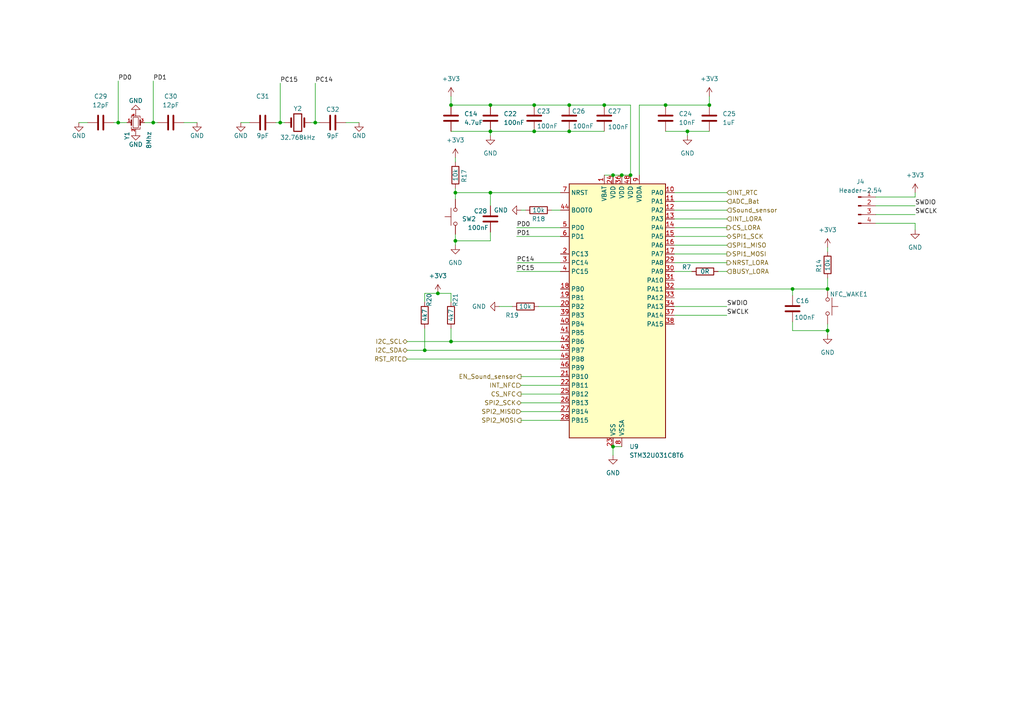
<source format=kicad_sch>
(kicad_sch
	(version 20231120)
	(generator "eeschema")
	(generator_version "8.0")
	(uuid "aaa666ee-06fe-4a24-b882-1c6d6e16a603")
	(paper "A4")
	(lib_symbols
		(symbol "Connector:Conn_01x04_Pin"
			(pin_names
				(offset 1.016) hide)
			(exclude_from_sim no)
			(in_bom yes)
			(on_board yes)
			(property "Reference" "J"
				(at 0 5.08 0)
				(effects
					(font
						(size 1.27 1.27)
					)
				)
			)
			(property "Value" "Conn_01x04_Pin"
				(at 0 -7.62 0)
				(effects
					(font
						(size 1.27 1.27)
					)
				)
			)
			(property "Footprint" ""
				(at 0 0 0)
				(effects
					(font
						(size 1.27 1.27)
					)
					(hide yes)
				)
			)
			(property "Datasheet" "~"
				(at 0 0 0)
				(effects
					(font
						(size 1.27 1.27)
					)
					(hide yes)
				)
			)
			(property "Description" "Generic connector, single row, 01x04, script generated"
				(at 0 0 0)
				(effects
					(font
						(size 1.27 1.27)
					)
					(hide yes)
				)
			)
			(property "ki_locked" ""
				(at 0 0 0)
				(effects
					(font
						(size 1.27 1.27)
					)
				)
			)
			(property "ki_keywords" "connector"
				(at 0 0 0)
				(effects
					(font
						(size 1.27 1.27)
					)
					(hide yes)
				)
			)
			(property "ki_fp_filters" "Connector*:*_1x??_*"
				(at 0 0 0)
				(effects
					(font
						(size 1.27 1.27)
					)
					(hide yes)
				)
			)
			(symbol "Conn_01x04_Pin_1_1"
				(polyline
					(pts
						(xy 1.27 -5.08) (xy 0.8636 -5.08)
					)
					(stroke
						(width 0.1524)
						(type default)
					)
					(fill
						(type none)
					)
				)
				(polyline
					(pts
						(xy 1.27 -2.54) (xy 0.8636 -2.54)
					)
					(stroke
						(width 0.1524)
						(type default)
					)
					(fill
						(type none)
					)
				)
				(polyline
					(pts
						(xy 1.27 0) (xy 0.8636 0)
					)
					(stroke
						(width 0.1524)
						(type default)
					)
					(fill
						(type none)
					)
				)
				(polyline
					(pts
						(xy 1.27 2.54) (xy 0.8636 2.54)
					)
					(stroke
						(width 0.1524)
						(type default)
					)
					(fill
						(type none)
					)
				)
				(rectangle
					(start 0.8636 -4.953)
					(end 0 -5.207)
					(stroke
						(width 0.1524)
						(type default)
					)
					(fill
						(type outline)
					)
				)
				(rectangle
					(start 0.8636 -2.413)
					(end 0 -2.667)
					(stroke
						(width 0.1524)
						(type default)
					)
					(fill
						(type outline)
					)
				)
				(rectangle
					(start 0.8636 0.127)
					(end 0 -0.127)
					(stroke
						(width 0.1524)
						(type default)
					)
					(fill
						(type outline)
					)
				)
				(rectangle
					(start 0.8636 2.667)
					(end 0 2.413)
					(stroke
						(width 0.1524)
						(type default)
					)
					(fill
						(type outline)
					)
				)
				(pin passive line
					(at 5.08 2.54 180)
					(length 3.81)
					(name "Pin_1"
						(effects
							(font
								(size 1.27 1.27)
							)
						)
					)
					(number "1"
						(effects
							(font
								(size 1.27 1.27)
							)
						)
					)
				)
				(pin passive line
					(at 5.08 0 180)
					(length 3.81)
					(name "Pin_2"
						(effects
							(font
								(size 1.27 1.27)
							)
						)
					)
					(number "2"
						(effects
							(font
								(size 1.27 1.27)
							)
						)
					)
				)
				(pin passive line
					(at 5.08 -2.54 180)
					(length 3.81)
					(name "Pin_3"
						(effects
							(font
								(size 1.27 1.27)
							)
						)
					)
					(number "3"
						(effects
							(font
								(size 1.27 1.27)
							)
						)
					)
				)
				(pin passive line
					(at 5.08 -5.08 180)
					(length 3.81)
					(name "Pin_4"
						(effects
							(font
								(size 1.27 1.27)
							)
						)
					)
					(number "4"
						(effects
							(font
								(size 1.27 1.27)
							)
						)
					)
				)
			)
		)
		(symbol "Device:C"
			(pin_numbers hide)
			(pin_names
				(offset 0.254)
			)
			(exclude_from_sim no)
			(in_bom yes)
			(on_board yes)
			(property "Reference" "C"
				(at 0.635 2.54 0)
				(effects
					(font
						(size 1.27 1.27)
					)
					(justify left)
				)
			)
			(property "Value" "C"
				(at 0.635 -2.54 0)
				(effects
					(font
						(size 1.27 1.27)
					)
					(justify left)
				)
			)
			(property "Footprint" ""
				(at 0.9652 -3.81 0)
				(effects
					(font
						(size 1.27 1.27)
					)
					(hide yes)
				)
			)
			(property "Datasheet" "~"
				(at 0 0 0)
				(effects
					(font
						(size 1.27 1.27)
					)
					(hide yes)
				)
			)
			(property "Description" "Unpolarized capacitor"
				(at 0 0 0)
				(effects
					(font
						(size 1.27 1.27)
					)
					(hide yes)
				)
			)
			(property "ki_keywords" "cap capacitor"
				(at 0 0 0)
				(effects
					(font
						(size 1.27 1.27)
					)
					(hide yes)
				)
			)
			(property "ki_fp_filters" "C_*"
				(at 0 0 0)
				(effects
					(font
						(size 1.27 1.27)
					)
					(hide yes)
				)
			)
			(symbol "C_0_1"
				(polyline
					(pts
						(xy -2.032 -0.762) (xy 2.032 -0.762)
					)
					(stroke
						(width 0.508)
						(type default)
					)
					(fill
						(type none)
					)
				)
				(polyline
					(pts
						(xy -2.032 0.762) (xy 2.032 0.762)
					)
					(stroke
						(width 0.508)
						(type default)
					)
					(fill
						(type none)
					)
				)
			)
			(symbol "C_1_1"
				(pin passive line
					(at 0 3.81 270)
					(length 2.794)
					(name "~"
						(effects
							(font
								(size 1.27 1.27)
							)
						)
					)
					(number "1"
						(effects
							(font
								(size 1.27 1.27)
							)
						)
					)
				)
				(pin passive line
					(at 0 -3.81 90)
					(length 2.794)
					(name "~"
						(effects
							(font
								(size 1.27 1.27)
							)
						)
					)
					(number "2"
						(effects
							(font
								(size 1.27 1.27)
							)
						)
					)
				)
			)
		)
		(symbol "Device:Crystal"
			(pin_numbers hide)
			(pin_names
				(offset 1.016) hide)
			(exclude_from_sim no)
			(in_bom yes)
			(on_board yes)
			(property "Reference" "Y"
				(at 0 3.81 0)
				(effects
					(font
						(size 1.27 1.27)
					)
				)
			)
			(property "Value" "Crystal"
				(at 0 -3.81 0)
				(effects
					(font
						(size 1.27 1.27)
					)
				)
			)
			(property "Footprint" ""
				(at 0 0 0)
				(effects
					(font
						(size 1.27 1.27)
					)
					(hide yes)
				)
			)
			(property "Datasheet" "~"
				(at 0 0 0)
				(effects
					(font
						(size 1.27 1.27)
					)
					(hide yes)
				)
			)
			(property "Description" "Two pin crystal"
				(at 0 0 0)
				(effects
					(font
						(size 1.27 1.27)
					)
					(hide yes)
				)
			)
			(property "ki_keywords" "quartz ceramic resonator oscillator"
				(at 0 0 0)
				(effects
					(font
						(size 1.27 1.27)
					)
					(hide yes)
				)
			)
			(property "ki_fp_filters" "Crystal*"
				(at 0 0 0)
				(effects
					(font
						(size 1.27 1.27)
					)
					(hide yes)
				)
			)
			(symbol "Crystal_0_1"
				(rectangle
					(start -1.143 2.54)
					(end 1.143 -2.54)
					(stroke
						(width 0.3048)
						(type default)
					)
					(fill
						(type none)
					)
				)
				(polyline
					(pts
						(xy -2.54 0) (xy -1.905 0)
					)
					(stroke
						(width 0)
						(type default)
					)
					(fill
						(type none)
					)
				)
				(polyline
					(pts
						(xy -1.905 -1.27) (xy -1.905 1.27)
					)
					(stroke
						(width 0.508)
						(type default)
					)
					(fill
						(type none)
					)
				)
				(polyline
					(pts
						(xy 1.905 -1.27) (xy 1.905 1.27)
					)
					(stroke
						(width 0.508)
						(type default)
					)
					(fill
						(type none)
					)
				)
				(polyline
					(pts
						(xy 2.54 0) (xy 1.905 0)
					)
					(stroke
						(width 0)
						(type default)
					)
					(fill
						(type none)
					)
				)
			)
			(symbol "Crystal_1_1"
				(pin passive line
					(at -3.81 0 0)
					(length 1.27)
					(name "1"
						(effects
							(font
								(size 1.27 1.27)
							)
						)
					)
					(number "1"
						(effects
							(font
								(size 1.27 1.27)
							)
						)
					)
				)
				(pin passive line
					(at 3.81 0 180)
					(length 1.27)
					(name "2"
						(effects
							(font
								(size 1.27 1.27)
							)
						)
					)
					(number "2"
						(effects
							(font
								(size 1.27 1.27)
							)
						)
					)
				)
			)
		)
		(symbol "Device:Crystal_GND24_Small"
			(pin_names
				(offset 1.016) hide)
			(exclude_from_sim no)
			(in_bom yes)
			(on_board yes)
			(property "Reference" "Y"
				(at 1.27 4.445 0)
				(effects
					(font
						(size 1.27 1.27)
					)
					(justify left)
				)
			)
			(property "Value" "Crystal_GND24_Small"
				(at 1.27 2.54 0)
				(effects
					(font
						(size 1.27 1.27)
					)
					(justify left)
				)
			)
			(property "Footprint" ""
				(at 0 0 0)
				(effects
					(font
						(size 1.27 1.27)
					)
					(hide yes)
				)
			)
			(property "Datasheet" "~"
				(at 0 0 0)
				(effects
					(font
						(size 1.27 1.27)
					)
					(hide yes)
				)
			)
			(property "Description" "Four pin crystal, GND on pins 2 and 4, small symbol"
				(at 0 0 0)
				(effects
					(font
						(size 1.27 1.27)
					)
					(hide yes)
				)
			)
			(property "ki_keywords" "quartz ceramic resonator oscillator"
				(at 0 0 0)
				(effects
					(font
						(size 1.27 1.27)
					)
					(hide yes)
				)
			)
			(property "ki_fp_filters" "Crystal*"
				(at 0 0 0)
				(effects
					(font
						(size 1.27 1.27)
					)
					(hide yes)
				)
			)
			(symbol "Crystal_GND24_Small_0_1"
				(rectangle
					(start -0.762 -1.524)
					(end 0.762 1.524)
					(stroke
						(width 0)
						(type default)
					)
					(fill
						(type none)
					)
				)
				(polyline
					(pts
						(xy -1.27 -0.762) (xy -1.27 0.762)
					)
					(stroke
						(width 0.381)
						(type default)
					)
					(fill
						(type none)
					)
				)
				(polyline
					(pts
						(xy 1.27 -0.762) (xy 1.27 0.762)
					)
					(stroke
						(width 0.381)
						(type default)
					)
					(fill
						(type none)
					)
				)
				(polyline
					(pts
						(xy -1.27 -1.27) (xy -1.27 -1.905) (xy 1.27 -1.905) (xy 1.27 -1.27)
					)
					(stroke
						(width 0)
						(type default)
					)
					(fill
						(type none)
					)
				)
				(polyline
					(pts
						(xy -1.27 1.27) (xy -1.27 1.905) (xy 1.27 1.905) (xy 1.27 1.27)
					)
					(stroke
						(width 0)
						(type default)
					)
					(fill
						(type none)
					)
				)
			)
			(symbol "Crystal_GND24_Small_1_1"
				(pin passive line
					(at -2.54 0 0)
					(length 1.27)
					(name "1"
						(effects
							(font
								(size 1.27 1.27)
							)
						)
					)
					(number "1"
						(effects
							(font
								(size 0.762 0.762)
							)
						)
					)
				)
				(pin passive line
					(at 0 -2.54 90)
					(length 0.635)
					(name "2"
						(effects
							(font
								(size 1.27 1.27)
							)
						)
					)
					(number "2"
						(effects
							(font
								(size 0.762 0.762)
							)
						)
					)
				)
				(pin passive line
					(at 2.54 0 180)
					(length 1.27)
					(name "3"
						(effects
							(font
								(size 1.27 1.27)
							)
						)
					)
					(number "3"
						(effects
							(font
								(size 0.762 0.762)
							)
						)
					)
				)
				(pin passive line
					(at 0 2.54 270)
					(length 0.635)
					(name "4"
						(effects
							(font
								(size 1.27 1.27)
							)
						)
					)
					(number "4"
						(effects
							(font
								(size 0.762 0.762)
							)
						)
					)
				)
			)
		)
		(symbol "Device:R"
			(pin_numbers hide)
			(pin_names
				(offset 0)
			)
			(exclude_from_sim no)
			(in_bom yes)
			(on_board yes)
			(property "Reference" "R"
				(at 2.032 0 90)
				(effects
					(font
						(size 1.27 1.27)
					)
				)
			)
			(property "Value" "R"
				(at 0 0 90)
				(effects
					(font
						(size 1.27 1.27)
					)
				)
			)
			(property "Footprint" ""
				(at -1.778 0 90)
				(effects
					(font
						(size 1.27 1.27)
					)
					(hide yes)
				)
			)
			(property "Datasheet" "~"
				(at 0 0 0)
				(effects
					(font
						(size 1.27 1.27)
					)
					(hide yes)
				)
			)
			(property "Description" "Resistor"
				(at 0 0 0)
				(effects
					(font
						(size 1.27 1.27)
					)
					(hide yes)
				)
			)
			(property "ki_keywords" "R res resistor"
				(at 0 0 0)
				(effects
					(font
						(size 1.27 1.27)
					)
					(hide yes)
				)
			)
			(property "ki_fp_filters" "R_*"
				(at 0 0 0)
				(effects
					(font
						(size 1.27 1.27)
					)
					(hide yes)
				)
			)
			(symbol "R_0_1"
				(rectangle
					(start -1.016 -2.54)
					(end 1.016 2.54)
					(stroke
						(width 0.254)
						(type default)
					)
					(fill
						(type none)
					)
				)
			)
			(symbol "R_1_1"
				(pin passive line
					(at 0 3.81 270)
					(length 1.27)
					(name "~"
						(effects
							(font
								(size 1.27 1.27)
							)
						)
					)
					(number "1"
						(effects
							(font
								(size 1.27 1.27)
							)
						)
					)
				)
				(pin passive line
					(at 0 -3.81 90)
					(length 1.27)
					(name "~"
						(effects
							(font
								(size 1.27 1.27)
							)
						)
					)
					(number "2"
						(effects
							(font
								(size 1.27 1.27)
							)
						)
					)
				)
			)
		)
		(symbol "DienLIB:SW_Tactile"
			(pin_numbers hide)
			(pin_names
				(offset 1.016) hide)
			(exclude_from_sim no)
			(in_bom yes)
			(on_board yes)
			(property "Reference" "SW"
				(at 1.27 2.54 0)
				(effects
					(font
						(size 1.27 1.27)
					)
					(justify left)
				)
			)
			(property "Value" "SW_Tactile"
				(at 0 -1.524 0)
				(effects
					(font
						(size 1.27 1.27)
					)
					(hide yes)
				)
			)
			(property "Footprint" "DienLIB:SW_SPST_PTS810"
				(at 0 5.08 0)
				(effects
					(font
						(size 1.27 1.27)
					)
					(hide yes)
				)
			)
			(property "Datasheet" "https://omronfs.omron.com/en_US/ecb/products/pdf/en-b3fs.pdf"
				(at 0 5.08 0)
				(effects
					(font
						(size 1.27 1.27)
					)
					(hide yes)
				)
			)
			(property "Description" "Omron B3FS 6x6mm single pole normally-open tactile switch"
				(at 0 0 0)
				(effects
					(font
						(size 1.27 1.27)
					)
					(hide yes)
				)
			)
			(property "ki_keywords" "switch normally-open pushbutton push-button"
				(at 0 0 0)
				(effects
					(font
						(size 1.27 1.27)
					)
					(hide yes)
				)
			)
			(property "ki_fp_filters" "SW*Omron*B3FS*"
				(at 0 0 0)
				(effects
					(font
						(size 1.27 1.27)
					)
					(hide yes)
				)
			)
			(symbol "SW_Tactile_0_1"
				(circle
					(center -2.032 0)
					(radius 0.508)
					(stroke
						(width 0)
						(type default)
					)
					(fill
						(type none)
					)
				)
				(polyline
					(pts
						(xy 0 1.27) (xy 0 3.048)
					)
					(stroke
						(width 0)
						(type default)
					)
					(fill
						(type none)
					)
				)
				(polyline
					(pts
						(xy 2.54 1.27) (xy -2.54 1.27)
					)
					(stroke
						(width 0)
						(type default)
					)
					(fill
						(type none)
					)
				)
				(circle
					(center 2.032 0)
					(radius 0.508)
					(stroke
						(width 0)
						(type default)
					)
					(fill
						(type none)
					)
				)
				(pin passive line
					(at -5.08 0 0)
					(length 2.54)
					(name "1"
						(effects
							(font
								(size 1.27 1.27)
							)
						)
					)
					(number "1"
						(effects
							(font
								(size 1.27 1.27)
							)
						)
					)
				)
				(pin passive line
					(at 5.08 0 180)
					(length 2.54)
					(name "2"
						(effects
							(font
								(size 1.27 1.27)
							)
						)
					)
					(number "2"
						(effects
							(font
								(size 1.27 1.27)
							)
						)
					)
				)
			)
		)
		(symbol "MCU_ST_STM32F1:STM32F103C8Tx"
			(exclude_from_sim no)
			(in_bom yes)
			(on_board yes)
			(property "Reference" "U"
				(at -12.7 39.37 0)
				(effects
					(font
						(size 1.27 1.27)
					)
					(justify left)
				)
			)
			(property "Value" "STM32F103C8Tx"
				(at 10.16 39.37 0)
				(effects
					(font
						(size 1.27 1.27)
					)
					(justify left)
				)
			)
			(property "Footprint" "Package_QFP:LQFP-48_7x7mm_P0.5mm"
				(at -12.7 -35.56 0)
				(effects
					(font
						(size 1.27 1.27)
					)
					(justify right)
					(hide yes)
				)
			)
			(property "Datasheet" "https://www.st.com/resource/en/datasheet/stm32f103c8.pdf"
				(at 0 0 0)
				(effects
					(font
						(size 1.27 1.27)
					)
					(hide yes)
				)
			)
			(property "Description" "STMicroelectronics Arm Cortex-M3 MCU, 64KB flash, 20KB RAM, 72 MHz, 2.0-3.6V, 37 GPIO, LQFP48"
				(at 0 0 0)
				(effects
					(font
						(size 1.27 1.27)
					)
					(hide yes)
				)
			)
			(property "ki_locked" ""
				(at 0 0 0)
				(effects
					(font
						(size 1.27 1.27)
					)
				)
			)
			(property "ki_keywords" "Arm Cortex-M3 STM32F1 STM32F103"
				(at 0 0 0)
				(effects
					(font
						(size 1.27 1.27)
					)
					(hide yes)
				)
			)
			(property "ki_fp_filters" "LQFP*7x7mm*P0.5mm*"
				(at 0 0 0)
				(effects
					(font
						(size 1.27 1.27)
					)
					(hide yes)
				)
			)
			(symbol "STM32F103C8Tx_0_1"
				(rectangle
					(start -12.7 -35.56)
					(end 15.24 38.1)
					(stroke
						(width 0.254)
						(type default)
					)
					(fill
						(type background)
					)
				)
			)
			(symbol "STM32F103C8Tx_1_1"
				(pin power_in line
					(at -2.54 40.64 270)
					(length 2.54)
					(name "VBAT"
						(effects
							(font
								(size 1.27 1.27)
							)
						)
					)
					(number "1"
						(effects
							(font
								(size 1.27 1.27)
							)
						)
					)
				)
				(pin bidirectional line
					(at 17.78 35.56 180)
					(length 2.54)
					(name "PA0"
						(effects
							(font
								(size 1.27 1.27)
							)
						)
					)
					(number "10"
						(effects
							(font
								(size 1.27 1.27)
							)
						)
					)
					(alternate "ADC1_IN0" bidirectional line)
					(alternate "ADC2_IN0" bidirectional line)
					(alternate "SYS_WKUP" bidirectional line)
					(alternate "TIM2_CH1" bidirectional line)
					(alternate "TIM2_ETR" bidirectional line)
					(alternate "USART2_CTS" bidirectional line)
				)
				(pin bidirectional line
					(at 17.78 33.02 180)
					(length 2.54)
					(name "PA1"
						(effects
							(font
								(size 1.27 1.27)
							)
						)
					)
					(number "11"
						(effects
							(font
								(size 1.27 1.27)
							)
						)
					)
					(alternate "ADC1_IN1" bidirectional line)
					(alternate "ADC2_IN1" bidirectional line)
					(alternate "TIM2_CH2" bidirectional line)
					(alternate "USART2_RTS" bidirectional line)
				)
				(pin bidirectional line
					(at 17.78 30.48 180)
					(length 2.54)
					(name "PA2"
						(effects
							(font
								(size 1.27 1.27)
							)
						)
					)
					(number "12"
						(effects
							(font
								(size 1.27 1.27)
							)
						)
					)
					(alternate "ADC1_IN2" bidirectional line)
					(alternate "ADC2_IN2" bidirectional line)
					(alternate "TIM2_CH3" bidirectional line)
					(alternate "USART2_TX" bidirectional line)
				)
				(pin bidirectional line
					(at 17.78 27.94 180)
					(length 2.54)
					(name "PA3"
						(effects
							(font
								(size 1.27 1.27)
							)
						)
					)
					(number "13"
						(effects
							(font
								(size 1.27 1.27)
							)
						)
					)
					(alternate "ADC1_IN3" bidirectional line)
					(alternate "ADC2_IN3" bidirectional line)
					(alternate "TIM2_CH4" bidirectional line)
					(alternate "USART2_RX" bidirectional line)
				)
				(pin bidirectional line
					(at 17.78 25.4 180)
					(length 2.54)
					(name "PA4"
						(effects
							(font
								(size 1.27 1.27)
							)
						)
					)
					(number "14"
						(effects
							(font
								(size 1.27 1.27)
							)
						)
					)
					(alternate "ADC1_IN4" bidirectional line)
					(alternate "ADC2_IN4" bidirectional line)
					(alternate "SPI1_NSS" bidirectional line)
					(alternate "USART2_CK" bidirectional line)
				)
				(pin bidirectional line
					(at 17.78 22.86 180)
					(length 2.54)
					(name "PA5"
						(effects
							(font
								(size 1.27 1.27)
							)
						)
					)
					(number "15"
						(effects
							(font
								(size 1.27 1.27)
							)
						)
					)
					(alternate "ADC1_IN5" bidirectional line)
					(alternate "ADC2_IN5" bidirectional line)
					(alternate "SPI1_SCK" bidirectional line)
				)
				(pin bidirectional line
					(at 17.78 20.32 180)
					(length 2.54)
					(name "PA6"
						(effects
							(font
								(size 1.27 1.27)
							)
						)
					)
					(number "16"
						(effects
							(font
								(size 1.27 1.27)
							)
						)
					)
					(alternate "ADC1_IN6" bidirectional line)
					(alternate "ADC2_IN6" bidirectional line)
					(alternate "SPI1_MISO" bidirectional line)
					(alternate "TIM1_BKIN" bidirectional line)
					(alternate "TIM3_CH1" bidirectional line)
				)
				(pin bidirectional line
					(at 17.78 17.78 180)
					(length 2.54)
					(name "PA7"
						(effects
							(font
								(size 1.27 1.27)
							)
						)
					)
					(number "17"
						(effects
							(font
								(size 1.27 1.27)
							)
						)
					)
					(alternate "ADC1_IN7" bidirectional line)
					(alternate "ADC2_IN7" bidirectional line)
					(alternate "SPI1_MOSI" bidirectional line)
					(alternate "TIM1_CH1N" bidirectional line)
					(alternate "TIM3_CH2" bidirectional line)
				)
				(pin bidirectional line
					(at -15.24 7.62 0)
					(length 2.54)
					(name "PB0"
						(effects
							(font
								(size 1.27 1.27)
							)
						)
					)
					(number "18"
						(effects
							(font
								(size 1.27 1.27)
							)
						)
					)
					(alternate "ADC1_IN8" bidirectional line)
					(alternate "ADC2_IN8" bidirectional line)
					(alternate "TIM1_CH2N" bidirectional line)
					(alternate "TIM3_CH3" bidirectional line)
				)
				(pin bidirectional line
					(at -15.24 5.08 0)
					(length 2.54)
					(name "PB1"
						(effects
							(font
								(size 1.27 1.27)
							)
						)
					)
					(number "19"
						(effects
							(font
								(size 1.27 1.27)
							)
						)
					)
					(alternate "ADC1_IN9" bidirectional line)
					(alternate "ADC2_IN9" bidirectional line)
					(alternate "TIM1_CH3N" bidirectional line)
					(alternate "TIM3_CH4" bidirectional line)
				)
				(pin bidirectional line
					(at -15.24 17.78 0)
					(length 2.54)
					(name "PC13"
						(effects
							(font
								(size 1.27 1.27)
							)
						)
					)
					(number "2"
						(effects
							(font
								(size 1.27 1.27)
							)
						)
					)
					(alternate "RTC_OUT" bidirectional line)
					(alternate "RTC_TAMPER" bidirectional line)
				)
				(pin bidirectional line
					(at -15.24 2.54 0)
					(length 2.54)
					(name "PB2"
						(effects
							(font
								(size 1.27 1.27)
							)
						)
					)
					(number "20"
						(effects
							(font
								(size 1.27 1.27)
							)
						)
					)
				)
				(pin bidirectional line
					(at -15.24 -17.78 0)
					(length 2.54)
					(name "PB10"
						(effects
							(font
								(size 1.27 1.27)
							)
						)
					)
					(number "21"
						(effects
							(font
								(size 1.27 1.27)
							)
						)
					)
					(alternate "I2C2_SCL" bidirectional line)
					(alternate "TIM2_CH3" bidirectional line)
					(alternate "USART3_TX" bidirectional line)
				)
				(pin bidirectional line
					(at -15.24 -20.32 0)
					(length 2.54)
					(name "PB11"
						(effects
							(font
								(size 1.27 1.27)
							)
						)
					)
					(number "22"
						(effects
							(font
								(size 1.27 1.27)
							)
						)
					)
					(alternate "ADC1_EXTI11" bidirectional line)
					(alternate "ADC2_EXTI11" bidirectional line)
					(alternate "I2C2_SDA" bidirectional line)
					(alternate "TIM2_CH4" bidirectional line)
					(alternate "USART3_RX" bidirectional line)
				)
				(pin power_in line
					(at 0 -38.1 90)
					(length 2.54)
					(name "VSS"
						(effects
							(font
								(size 1.27 1.27)
							)
						)
					)
					(number "23"
						(effects
							(font
								(size 1.27 1.27)
							)
						)
					)
				)
				(pin power_in line
					(at 0 40.64 270)
					(length 2.54)
					(name "VDD"
						(effects
							(font
								(size 1.27 1.27)
							)
						)
					)
					(number "24"
						(effects
							(font
								(size 1.27 1.27)
							)
						)
					)
				)
				(pin bidirectional line
					(at -15.24 -22.86 0)
					(length 2.54)
					(name "PB12"
						(effects
							(font
								(size 1.27 1.27)
							)
						)
					)
					(number "25"
						(effects
							(font
								(size 1.27 1.27)
							)
						)
					)
					(alternate "I2C2_SMBA" bidirectional line)
					(alternate "SPI2_NSS" bidirectional line)
					(alternate "TIM1_BKIN" bidirectional line)
					(alternate "USART3_CK" bidirectional line)
				)
				(pin bidirectional line
					(at -15.24 -25.4 0)
					(length 2.54)
					(name "PB13"
						(effects
							(font
								(size 1.27 1.27)
							)
						)
					)
					(number "26"
						(effects
							(font
								(size 1.27 1.27)
							)
						)
					)
					(alternate "SPI2_SCK" bidirectional line)
					(alternate "TIM1_CH1N" bidirectional line)
					(alternate "USART3_CTS" bidirectional line)
				)
				(pin bidirectional line
					(at -15.24 -27.94 0)
					(length 2.54)
					(name "PB14"
						(effects
							(font
								(size 1.27 1.27)
							)
						)
					)
					(number "27"
						(effects
							(font
								(size 1.27 1.27)
							)
						)
					)
					(alternate "SPI2_MISO" bidirectional line)
					(alternate "TIM1_CH2N" bidirectional line)
					(alternate "USART3_RTS" bidirectional line)
				)
				(pin bidirectional line
					(at -15.24 -30.48 0)
					(length 2.54)
					(name "PB15"
						(effects
							(font
								(size 1.27 1.27)
							)
						)
					)
					(number "28"
						(effects
							(font
								(size 1.27 1.27)
							)
						)
					)
					(alternate "ADC1_EXTI15" bidirectional line)
					(alternate "ADC2_EXTI15" bidirectional line)
					(alternate "SPI2_MOSI" bidirectional line)
					(alternate "TIM1_CH3N" bidirectional line)
				)
				(pin bidirectional line
					(at 17.78 15.24 180)
					(length 2.54)
					(name "PA8"
						(effects
							(font
								(size 1.27 1.27)
							)
						)
					)
					(number "29"
						(effects
							(font
								(size 1.27 1.27)
							)
						)
					)
					(alternate "RCC_MCO" bidirectional line)
					(alternate "TIM1_CH1" bidirectional line)
					(alternate "USART1_CK" bidirectional line)
				)
				(pin bidirectional line
					(at -15.24 15.24 0)
					(length 2.54)
					(name "PC14"
						(effects
							(font
								(size 1.27 1.27)
							)
						)
					)
					(number "3"
						(effects
							(font
								(size 1.27 1.27)
							)
						)
					)
					(alternate "RCC_OSC32_IN" bidirectional line)
				)
				(pin bidirectional line
					(at 17.78 12.7 180)
					(length 2.54)
					(name "PA9"
						(effects
							(font
								(size 1.27 1.27)
							)
						)
					)
					(number "30"
						(effects
							(font
								(size 1.27 1.27)
							)
						)
					)
					(alternate "TIM1_CH2" bidirectional line)
					(alternate "USART1_TX" bidirectional line)
				)
				(pin bidirectional line
					(at 17.78 10.16 180)
					(length 2.54)
					(name "PA10"
						(effects
							(font
								(size 1.27 1.27)
							)
						)
					)
					(number "31"
						(effects
							(font
								(size 1.27 1.27)
							)
						)
					)
					(alternate "TIM1_CH3" bidirectional line)
					(alternate "USART1_RX" bidirectional line)
				)
				(pin bidirectional line
					(at 17.78 7.62 180)
					(length 2.54)
					(name "PA11"
						(effects
							(font
								(size 1.27 1.27)
							)
						)
					)
					(number "32"
						(effects
							(font
								(size 1.27 1.27)
							)
						)
					)
					(alternate "ADC1_EXTI11" bidirectional line)
					(alternate "ADC2_EXTI11" bidirectional line)
					(alternate "CAN_RX" bidirectional line)
					(alternate "TIM1_CH4" bidirectional line)
					(alternate "USART1_CTS" bidirectional line)
					(alternate "USB_DM" bidirectional line)
				)
				(pin bidirectional line
					(at 17.78 5.08 180)
					(length 2.54)
					(name "PA12"
						(effects
							(font
								(size 1.27 1.27)
							)
						)
					)
					(number "33"
						(effects
							(font
								(size 1.27 1.27)
							)
						)
					)
					(alternate "CAN_TX" bidirectional line)
					(alternate "TIM1_ETR" bidirectional line)
					(alternate "USART1_RTS" bidirectional line)
					(alternate "USB_DP" bidirectional line)
				)
				(pin bidirectional line
					(at 17.78 2.54 180)
					(length 2.54)
					(name "PA13"
						(effects
							(font
								(size 1.27 1.27)
							)
						)
					)
					(number "34"
						(effects
							(font
								(size 1.27 1.27)
							)
						)
					)
					(alternate "SYS_JTMS-SWDIO" bidirectional line)
				)
				(pin passive line
					(at 0 -38.1 90)
					(length 2.54) hide
					(name "VSS"
						(effects
							(font
								(size 1.27 1.27)
							)
						)
					)
					(number "35"
						(effects
							(font
								(size 1.27 1.27)
							)
						)
					)
				)
				(pin power_in line
					(at 2.54 40.64 270)
					(length 2.54)
					(name "VDD"
						(effects
							(font
								(size 1.27 1.27)
							)
						)
					)
					(number "36"
						(effects
							(font
								(size 1.27 1.27)
							)
						)
					)
				)
				(pin bidirectional line
					(at 17.78 0 180)
					(length 2.54)
					(name "PA14"
						(effects
							(font
								(size 1.27 1.27)
							)
						)
					)
					(number "37"
						(effects
							(font
								(size 1.27 1.27)
							)
						)
					)
					(alternate "SYS_JTCK-SWCLK" bidirectional line)
				)
				(pin bidirectional line
					(at 17.78 -2.54 180)
					(length 2.54)
					(name "PA15"
						(effects
							(font
								(size 1.27 1.27)
							)
						)
					)
					(number "38"
						(effects
							(font
								(size 1.27 1.27)
							)
						)
					)
					(alternate "ADC1_EXTI15" bidirectional line)
					(alternate "ADC2_EXTI15" bidirectional line)
					(alternate "SPI1_NSS" bidirectional line)
					(alternate "SYS_JTDI" bidirectional line)
					(alternate "TIM2_CH1" bidirectional line)
					(alternate "TIM2_ETR" bidirectional line)
				)
				(pin bidirectional line
					(at -15.24 0 0)
					(length 2.54)
					(name "PB3"
						(effects
							(font
								(size 1.27 1.27)
							)
						)
					)
					(number "39"
						(effects
							(font
								(size 1.27 1.27)
							)
						)
					)
					(alternate "SPI1_SCK" bidirectional line)
					(alternate "SYS_JTDO-TRACESWO" bidirectional line)
					(alternate "TIM2_CH2" bidirectional line)
				)
				(pin bidirectional line
					(at -15.24 12.7 0)
					(length 2.54)
					(name "PC15"
						(effects
							(font
								(size 1.27 1.27)
							)
						)
					)
					(number "4"
						(effects
							(font
								(size 1.27 1.27)
							)
						)
					)
					(alternate "ADC1_EXTI15" bidirectional line)
					(alternate "ADC2_EXTI15" bidirectional line)
					(alternate "RCC_OSC32_OUT" bidirectional line)
				)
				(pin bidirectional line
					(at -15.24 -2.54 0)
					(length 2.54)
					(name "PB4"
						(effects
							(font
								(size 1.27 1.27)
							)
						)
					)
					(number "40"
						(effects
							(font
								(size 1.27 1.27)
							)
						)
					)
					(alternate "SPI1_MISO" bidirectional line)
					(alternate "SYS_NJTRST" bidirectional line)
					(alternate "TIM3_CH1" bidirectional line)
				)
				(pin bidirectional line
					(at -15.24 -5.08 0)
					(length 2.54)
					(name "PB5"
						(effects
							(font
								(size 1.27 1.27)
							)
						)
					)
					(number "41"
						(effects
							(font
								(size 1.27 1.27)
							)
						)
					)
					(alternate "I2C1_SMBA" bidirectional line)
					(alternate "SPI1_MOSI" bidirectional line)
					(alternate "TIM3_CH2" bidirectional line)
				)
				(pin bidirectional line
					(at -15.24 -7.62 0)
					(length 2.54)
					(name "PB6"
						(effects
							(font
								(size 1.27 1.27)
							)
						)
					)
					(number "42"
						(effects
							(font
								(size 1.27 1.27)
							)
						)
					)
					(alternate "I2C1_SCL" bidirectional line)
					(alternate "TIM4_CH1" bidirectional line)
					(alternate "USART1_TX" bidirectional line)
				)
				(pin bidirectional line
					(at -15.24 -10.16 0)
					(length 2.54)
					(name "PB7"
						(effects
							(font
								(size 1.27 1.27)
							)
						)
					)
					(number "43"
						(effects
							(font
								(size 1.27 1.27)
							)
						)
					)
					(alternate "I2C1_SDA" bidirectional line)
					(alternate "TIM4_CH2" bidirectional line)
					(alternate "USART1_RX" bidirectional line)
				)
				(pin input line
					(at -15.24 30.48 0)
					(length 2.54)
					(name "BOOT0"
						(effects
							(font
								(size 1.27 1.27)
							)
						)
					)
					(number "44"
						(effects
							(font
								(size 1.27 1.27)
							)
						)
					)
				)
				(pin bidirectional line
					(at -15.24 -12.7 0)
					(length 2.54)
					(name "PB8"
						(effects
							(font
								(size 1.27 1.27)
							)
						)
					)
					(number "45"
						(effects
							(font
								(size 1.27 1.27)
							)
						)
					)
					(alternate "CAN_RX" bidirectional line)
					(alternate "I2C1_SCL" bidirectional line)
					(alternate "TIM4_CH3" bidirectional line)
				)
				(pin bidirectional line
					(at -15.24 -15.24 0)
					(length 2.54)
					(name "PB9"
						(effects
							(font
								(size 1.27 1.27)
							)
						)
					)
					(number "46"
						(effects
							(font
								(size 1.27 1.27)
							)
						)
					)
					(alternate "CAN_TX" bidirectional line)
					(alternate "I2C1_SDA" bidirectional line)
					(alternate "TIM4_CH4" bidirectional line)
				)
				(pin passive line
					(at 0 -38.1 90)
					(length 2.54) hide
					(name "VSS"
						(effects
							(font
								(size 1.27 1.27)
							)
						)
					)
					(number "47"
						(effects
							(font
								(size 1.27 1.27)
							)
						)
					)
				)
				(pin power_in line
					(at 5.08 40.64 270)
					(length 2.54)
					(name "VDD"
						(effects
							(font
								(size 1.27 1.27)
							)
						)
					)
					(number "48"
						(effects
							(font
								(size 1.27 1.27)
							)
						)
					)
				)
				(pin bidirectional line
					(at -15.24 25.4 0)
					(length 2.54)
					(name "PD0"
						(effects
							(font
								(size 1.27 1.27)
							)
						)
					)
					(number "5"
						(effects
							(font
								(size 1.27 1.27)
							)
						)
					)
					(alternate "RCC_OSC_IN" bidirectional line)
				)
				(pin bidirectional line
					(at -15.24 22.86 0)
					(length 2.54)
					(name "PD1"
						(effects
							(font
								(size 1.27 1.27)
							)
						)
					)
					(number "6"
						(effects
							(font
								(size 1.27 1.27)
							)
						)
					)
					(alternate "RCC_OSC_OUT" bidirectional line)
				)
				(pin input line
					(at -15.24 35.56 0)
					(length 2.54)
					(name "NRST"
						(effects
							(font
								(size 1.27 1.27)
							)
						)
					)
					(number "7"
						(effects
							(font
								(size 1.27 1.27)
							)
						)
					)
				)
				(pin power_in line
					(at 2.54 -38.1 90)
					(length 2.54)
					(name "VSSA"
						(effects
							(font
								(size 1.27 1.27)
							)
						)
					)
					(number "8"
						(effects
							(font
								(size 1.27 1.27)
							)
						)
					)
				)
				(pin power_in line
					(at 7.62 40.64 270)
					(length 2.54)
					(name "VDDA"
						(effects
							(font
								(size 1.27 1.27)
							)
						)
					)
					(number "9"
						(effects
							(font
								(size 1.27 1.27)
							)
						)
					)
				)
			)
		)
		(symbol "Thu_vien_kicad:C"
			(pin_numbers hide)
			(pin_names
				(offset 0.254)
			)
			(exclude_from_sim no)
			(in_bom yes)
			(on_board yes)
			(property "Reference" "C"
				(at 0.635 2.54 0)
				(effects
					(font
						(size 1.27 1.27)
					)
					(justify left)
				)
			)
			(property "Value" "C"
				(at 0.635 -2.54 0)
				(effects
					(font
						(size 1.27 1.27)
					)
					(justify left)
				)
			)
			(property "Footprint" ""
				(at 0.9652 -3.81 0)
				(effects
					(font
						(size 1.27 1.27)
					)
					(hide yes)
				)
			)
			(property "Datasheet" "~"
				(at 0 0 0)
				(effects
					(font
						(size 1.27 1.27)
					)
					(hide yes)
				)
			)
			(property "Description" "Unpolarized capacitor"
				(at 0 0 0)
				(effects
					(font
						(size 1.27 1.27)
					)
					(hide yes)
				)
			)
			(property "ki_keywords" "cap capacitor"
				(at 0 0 0)
				(effects
					(font
						(size 1.27 1.27)
					)
					(hide yes)
				)
			)
			(property "ki_fp_filters" "C_*"
				(at 0 0 0)
				(effects
					(font
						(size 1.27 1.27)
					)
					(hide yes)
				)
			)
			(symbol "C_0_1"
				(polyline
					(pts
						(xy -2.032 -0.762) (xy 2.032 -0.762)
					)
					(stroke
						(width 0.508)
						(type default)
					)
					(fill
						(type none)
					)
				)
				(polyline
					(pts
						(xy -2.032 0.762) (xy 2.032 0.762)
					)
					(stroke
						(width 0.508)
						(type default)
					)
					(fill
						(type none)
					)
				)
			)
			(symbol "C_1_1"
				(pin passive line
					(at 0 3.81 270)
					(length 2.794)
					(name "~"
						(effects
							(font
								(size 1.27 1.27)
							)
						)
					)
					(number "1"
						(effects
							(font
								(size 1.27 1.27)
							)
						)
					)
				)
				(pin passive line
					(at 0 -3.81 90)
					(length 2.794)
					(name "~"
						(effects
							(font
								(size 1.27 1.27)
							)
						)
					)
					(number "2"
						(effects
							(font
								(size 1.27 1.27)
							)
						)
					)
				)
			)
		)
		(symbol "Thu_vien_kicad:R"
			(pin_numbers hide)
			(pin_names
				(offset 0)
			)
			(exclude_from_sim no)
			(in_bom yes)
			(on_board yes)
			(property "Reference" "R"
				(at 2.032 0 90)
				(effects
					(font
						(size 1.27 1.27)
					)
				)
			)
			(property "Value" "R"
				(at 0 0 90)
				(effects
					(font
						(size 1.27 1.27)
					)
				)
			)
			(property "Footprint" ""
				(at -1.778 0 90)
				(effects
					(font
						(size 1.27 1.27)
					)
					(hide yes)
				)
			)
			(property "Datasheet" "~"
				(at 0 0 0)
				(effects
					(font
						(size 1.27 1.27)
					)
					(hide yes)
				)
			)
			(property "Description" "Resistor"
				(at 0 0 0)
				(effects
					(font
						(size 1.27 1.27)
					)
					(hide yes)
				)
			)
			(property "ki_keywords" "R res resistor"
				(at 0 0 0)
				(effects
					(font
						(size 1.27 1.27)
					)
					(hide yes)
				)
			)
			(property "ki_fp_filters" "R_*"
				(at 0 0 0)
				(effects
					(font
						(size 1.27 1.27)
					)
					(hide yes)
				)
			)
			(symbol "R_0_1"
				(rectangle
					(start -1.016 -2.54)
					(end 1.016 2.54)
					(stroke
						(width 0.254)
						(type default)
					)
					(fill
						(type none)
					)
				)
			)
			(symbol "R_1_1"
				(pin passive line
					(at 0 3.81 270)
					(length 1.27)
					(name "~"
						(effects
							(font
								(size 1.27 1.27)
							)
						)
					)
					(number "1"
						(effects
							(font
								(size 1.27 1.27)
							)
						)
					)
				)
				(pin passive line
					(at 0 -3.81 90)
					(length 1.27)
					(name "~"
						(effects
							(font
								(size 1.27 1.27)
							)
						)
					)
					(number "2"
						(effects
							(font
								(size 1.27 1.27)
							)
						)
					)
				)
			)
		)
		(symbol "power:+3V3"
			(power)
			(pin_names
				(offset 0)
			)
			(exclude_from_sim no)
			(in_bom yes)
			(on_board yes)
			(property "Reference" "#PWR"
				(at 0 -3.81 0)
				(effects
					(font
						(size 1.27 1.27)
					)
					(hide yes)
				)
			)
			(property "Value" "+3V3"
				(at 0 3.556 0)
				(effects
					(font
						(size 1.27 1.27)
					)
				)
			)
			(property "Footprint" ""
				(at 0 0 0)
				(effects
					(font
						(size 1.27 1.27)
					)
					(hide yes)
				)
			)
			(property "Datasheet" ""
				(at 0 0 0)
				(effects
					(font
						(size 1.27 1.27)
					)
					(hide yes)
				)
			)
			(property "Description" "Power symbol creates a global label with name \"+3V3\""
				(at 0 0 0)
				(effects
					(font
						(size 1.27 1.27)
					)
					(hide yes)
				)
			)
			(property "ki_keywords" "global power"
				(at 0 0 0)
				(effects
					(font
						(size 1.27 1.27)
					)
					(hide yes)
				)
			)
			(symbol "+3V3_0_1"
				(polyline
					(pts
						(xy -0.762 1.27) (xy 0 2.54)
					)
					(stroke
						(width 0)
						(type default)
					)
					(fill
						(type none)
					)
				)
				(polyline
					(pts
						(xy 0 0) (xy 0 2.54)
					)
					(stroke
						(width 0)
						(type default)
					)
					(fill
						(type none)
					)
				)
				(polyline
					(pts
						(xy 0 2.54) (xy 0.762 1.27)
					)
					(stroke
						(width 0)
						(type default)
					)
					(fill
						(type none)
					)
				)
			)
			(symbol "+3V3_1_1"
				(pin power_in line
					(at 0 0 90)
					(length 0) hide
					(name "+3V3"
						(effects
							(font
								(size 1.27 1.27)
							)
						)
					)
					(number "1"
						(effects
							(font
								(size 1.27 1.27)
							)
						)
					)
				)
			)
		)
		(symbol "power:GND"
			(power)
			(pin_names
				(offset 0)
			)
			(exclude_from_sim no)
			(in_bom yes)
			(on_board yes)
			(property "Reference" "#PWR"
				(at 0 -6.35 0)
				(effects
					(font
						(size 1.27 1.27)
					)
					(hide yes)
				)
			)
			(property "Value" "GND"
				(at 0 -3.81 0)
				(effects
					(font
						(size 1.27 1.27)
					)
				)
			)
			(property "Footprint" ""
				(at 0 0 0)
				(effects
					(font
						(size 1.27 1.27)
					)
					(hide yes)
				)
			)
			(property "Datasheet" ""
				(at 0 0 0)
				(effects
					(font
						(size 1.27 1.27)
					)
					(hide yes)
				)
			)
			(property "Description" "Power symbol creates a global label with name \"GND\" , ground"
				(at 0 0 0)
				(effects
					(font
						(size 1.27 1.27)
					)
					(hide yes)
				)
			)
			(property "ki_keywords" "global power"
				(at 0 0 0)
				(effects
					(font
						(size 1.27 1.27)
					)
					(hide yes)
				)
			)
			(symbol "GND_0_1"
				(polyline
					(pts
						(xy 0 0) (xy 0 -1.27) (xy 1.27 -1.27) (xy 0 -2.54) (xy -1.27 -1.27) (xy 0 -1.27)
					)
					(stroke
						(width 0)
						(type default)
					)
					(fill
						(type none)
					)
				)
			)
			(symbol "GND_1_1"
				(pin power_in line
					(at 0 0 270)
					(length 0) hide
					(name "GND"
						(effects
							(font
								(size 1.27 1.27)
							)
						)
					)
					(number "1"
						(effects
							(font
								(size 1.27 1.27)
							)
						)
					)
				)
			)
		)
	)
	(junction
		(at 81.28 35.56)
		(diameter 0)
		(color 0 0 0 0)
		(uuid "0002d98a-79da-4612-96a1-35eb6086d698")
	)
	(junction
		(at 199.39 38.1)
		(diameter 0)
		(color 0 0 0 0)
		(uuid "086d844a-484b-409d-87b0-7b9bda2a72c8")
	)
	(junction
		(at 130.81 99.06)
		(diameter 0)
		(color 0 0 0 0)
		(uuid "08c3b9d8-1aca-41a7-ae06-2485a7499340")
	)
	(junction
		(at 193.04 30.48)
		(diameter 0)
		(color 0 0 0 0)
		(uuid "0cc9d63e-6f89-489c-aba4-eef3b3cfc1a9")
	)
	(junction
		(at 142.24 38.1)
		(diameter 0)
		(color 0 0 0 0)
		(uuid "137cf275-026e-44f5-b710-0ec8e29e1121")
	)
	(junction
		(at 175.26 30.48)
		(diameter 0)
		(color 0 0 0 0)
		(uuid "28edea41-2e86-45b7-a5c8-498380c2b738")
	)
	(junction
		(at 34.29 35.56)
		(diameter 0)
		(color 0 0 0 0)
		(uuid "2a6659cc-03e2-4c8b-911f-4e111a578ea8")
	)
	(junction
		(at 142.24 30.48)
		(diameter 0)
		(color 0 0 0 0)
		(uuid "2cfe49ac-09c6-467d-b51b-0a242085092b")
	)
	(junction
		(at 205.74 30.48)
		(diameter 0)
		(color 0 0 0 0)
		(uuid "3c90ea77-f909-4569-be88-7a0cbfd432e6")
	)
	(junction
		(at 142.24 55.88)
		(diameter 0)
		(color 0 0 0 0)
		(uuid "3f5abac0-4d1e-4df9-a7e8-6bff663bffd1")
	)
	(junction
		(at 177.8 129.54)
		(diameter 0)
		(color 0 0 0 0)
		(uuid "4bc4b012-9d55-4f49-a942-1f5da618f40b")
	)
	(junction
		(at 177.8 50.8)
		(diameter 0)
		(color 0 0 0 0)
		(uuid "4ccbc452-bace-4711-b122-07eca9a2744e")
	)
	(junction
		(at 165.1 38.1)
		(diameter 0)
		(color 0 0 0 0)
		(uuid "5b83109e-db68-4ead-8e53-ff63efa59dca")
	)
	(junction
		(at 180.34 50.8)
		(diameter 0)
		(color 0 0 0 0)
		(uuid "6790eb09-d01d-4b8b-bb11-a48294cc4d2a")
	)
	(junction
		(at 154.94 30.48)
		(diameter 0)
		(color 0 0 0 0)
		(uuid "8a38911b-4041-4a81-99f7-81b2a5332100")
	)
	(junction
		(at 132.08 69.85)
		(diameter 0)
		(color 0 0 0 0)
		(uuid "8f76abd7-c6b0-4ef5-b85d-f360f7e2c90c")
	)
	(junction
		(at 229.87 83.82)
		(diameter 0)
		(color 0 0 0 0)
		(uuid "9eabbe44-1dc0-4f97-afb6-4593bdeaf2be")
	)
	(junction
		(at 154.94 38.1)
		(diameter 0)
		(color 0 0 0 0)
		(uuid "a0f03b99-ac2d-44fd-acf2-75cee04b3584")
	)
	(junction
		(at 127 85.09)
		(diameter 0)
		(color 0 0 0 0)
		(uuid "a90f9a83-9196-47dd-b05b-11104eff92b6")
	)
	(junction
		(at 130.81 30.48)
		(diameter 0)
		(color 0 0 0 0)
		(uuid "bd6c8d7b-8110-48ce-bddb-d8a7e4268458")
	)
	(junction
		(at 240.03 95.885)
		(diameter 0)
		(color 0 0 0 0)
		(uuid "c028c22b-68f7-41e9-8991-ce3611f40cc1")
	)
	(junction
		(at 91.44 35.56)
		(diameter 0)
		(color 0 0 0 0)
		(uuid "d09c51ca-c46e-4edb-a154-4c06efaf20c4")
	)
	(junction
		(at 182.88 50.8)
		(diameter 0)
		(color 0 0 0 0)
		(uuid "d25130af-53ed-41d8-8649-37d4fa2b78e0")
	)
	(junction
		(at 240.03 83.82)
		(diameter 0)
		(color 0 0 0 0)
		(uuid "d510160b-aa5d-4f7b-9651-7c08a4cdb3e2")
	)
	(junction
		(at 123.19 101.6)
		(diameter 0)
		(color 0 0 0 0)
		(uuid "e6e56717-73cb-4315-a4f9-4cc5f639ed87")
	)
	(junction
		(at 132.08 55.88)
		(diameter 0)
		(color 0 0 0 0)
		(uuid "e750657b-5fc1-4592-8842-da2c55af03df")
	)
	(junction
		(at 165.1 30.48)
		(diameter 0)
		(color 0 0 0 0)
		(uuid "ecde01f7-c918-40ad-b2b4-4b60aba19698")
	)
	(junction
		(at 44.45 35.56)
		(diameter 0)
		(color 0 0 0 0)
		(uuid "ef0c7c4d-a9d7-473d-bf0f-6751e115951e")
	)
	(wire
		(pts
			(xy 195.58 68.58) (xy 210.82 68.58)
		)
		(stroke
			(width 0)
			(type default)
		)
		(uuid "0528aaff-01b0-4456-a104-aaf5363f1cd4")
	)
	(wire
		(pts
			(xy 229.87 83.82) (xy 229.87 85.725)
		)
		(stroke
			(width 0)
			(type default)
		)
		(uuid "06040c14-35e8-4d45-a625-e5133aa9a2ed")
	)
	(wire
		(pts
			(xy 118.11 104.14) (xy 162.56 104.14)
		)
		(stroke
			(width 0)
			(type default)
		)
		(uuid "087e06e2-e15b-4d83-bc87-4235d8333601")
	)
	(wire
		(pts
			(xy 154.94 30.48) (xy 165.1 30.48)
		)
		(stroke
			(width 0)
			(type default)
		)
		(uuid "0946405a-7edf-49bb-88e9-164fd704d31f")
	)
	(wire
		(pts
			(xy 149.86 78.74) (xy 162.56 78.74)
		)
		(stroke
			(width 0)
			(type default)
		)
		(uuid "097d0aff-f364-4618-8d5b-bbec1e8c01e5")
	)
	(wire
		(pts
			(xy 142.24 30.48) (xy 154.94 30.48)
		)
		(stroke
			(width 0)
			(type default)
		)
		(uuid "0c799772-ec73-4834-b06a-66e3850d6ad0")
	)
	(wire
		(pts
			(xy 195.58 91.44) (xy 210.82 91.44)
		)
		(stroke
			(width 0)
			(type default)
		)
		(uuid "0f43795d-4217-4370-83ad-028af77f7ff8")
	)
	(wire
		(pts
			(xy 118.11 99.06) (xy 130.81 99.06)
		)
		(stroke
			(width 0)
			(type default)
		)
		(uuid "1018cde8-cb76-4e02-b2f0-e92afd3dcbea")
	)
	(wire
		(pts
			(xy 81.28 24.13) (xy 81.28 35.56)
		)
		(stroke
			(width 0)
			(type default)
		)
		(uuid "1020ab70-a240-4e9a-8934-bf4b65ace3f5")
	)
	(wire
		(pts
			(xy 130.81 99.06) (xy 162.56 99.06)
		)
		(stroke
			(width 0)
			(type default)
		)
		(uuid "12debb60-60df-4345-b9a9-6020fde66662")
	)
	(wire
		(pts
			(xy 81.28 35.56) (xy 82.55 35.56)
		)
		(stroke
			(width 0)
			(type default)
		)
		(uuid "18d17de1-859f-4270-92ee-bfcd10dda3a2")
	)
	(wire
		(pts
			(xy 132.08 69.85) (xy 132.08 67.945)
		)
		(stroke
			(width 0)
			(type default)
		)
		(uuid "1aeb7630-a953-4301-bf3d-bbaedd022ff4")
	)
	(wire
		(pts
			(xy 162.56 60.96) (xy 160.02 60.96)
		)
		(stroke
			(width 0)
			(type default)
		)
		(uuid "200a0344-c032-45c7-9c76-0aa4c0dfd330")
	)
	(wire
		(pts
			(xy 130.81 30.48) (xy 142.24 30.48)
		)
		(stroke
			(width 0)
			(type default)
		)
		(uuid "20302f3e-b3e7-4fd5-9055-f7a7ae86df03")
	)
	(wire
		(pts
			(xy 80.01 35.56) (xy 81.28 35.56)
		)
		(stroke
			(width 0)
			(type default)
		)
		(uuid "205d1e89-47e8-4934-9bb3-7be559108796")
	)
	(wire
		(pts
			(xy 265.43 55.88) (xy 265.43 57.15)
		)
		(stroke
			(width 0)
			(type default)
		)
		(uuid "223576ef-23df-4b37-8ca3-5be8dddd7e3c")
	)
	(wire
		(pts
			(xy 149.86 76.2) (xy 162.56 76.2)
		)
		(stroke
			(width 0)
			(type default)
		)
		(uuid "2356591b-6bfd-4900-aad0-783468562a59")
	)
	(wire
		(pts
			(xy 123.19 85.09) (xy 123.19 87.63)
		)
		(stroke
			(width 0)
			(type default)
		)
		(uuid "273cfb6b-2057-4b90-ac73-2c8aaac13573")
	)
	(wire
		(pts
			(xy 182.88 30.48) (xy 182.88 50.8)
		)
		(stroke
			(width 0)
			(type default)
		)
		(uuid "2d5c757f-7c23-4aa3-996c-ca8ea430208b")
	)
	(wire
		(pts
			(xy 142.24 38.1) (xy 154.94 38.1)
		)
		(stroke
			(width 0)
			(type default)
		)
		(uuid "2dc369ca-4144-4131-aca5-06dc4d6ed326")
	)
	(wire
		(pts
			(xy 185.42 30.48) (xy 193.04 30.48)
		)
		(stroke
			(width 0)
			(type default)
		)
		(uuid "2dfc4de8-251d-41e8-96d4-dfc7ed0b655e")
	)
	(wire
		(pts
			(xy 151.13 116.84) (xy 162.56 116.84)
		)
		(stroke
			(width 0)
			(type default)
		)
		(uuid "327fae95-3e04-4514-bdad-3dce1a5c5c52")
	)
	(wire
		(pts
			(xy 142.24 69.85) (xy 132.08 69.85)
		)
		(stroke
			(width 0)
			(type default)
		)
		(uuid "33caf2e5-7451-4a8d-aeb5-ccef86853078")
	)
	(wire
		(pts
			(xy 175.26 50.8) (xy 177.8 50.8)
		)
		(stroke
			(width 0)
			(type default)
		)
		(uuid "3795c8bb-0a06-4e90-b1fa-cfafb032cc6a")
	)
	(wire
		(pts
			(xy 265.43 66.675) (xy 265.43 64.77)
		)
		(stroke
			(width 0)
			(type default)
		)
		(uuid "3e70b551-bfe6-44a2-a343-4e9d13d4c551")
	)
	(wire
		(pts
			(xy 91.44 35.56) (xy 92.71 35.56)
		)
		(stroke
			(width 0)
			(type default)
		)
		(uuid "3ecd89e7-dc79-41b6-b44e-568be888d30f")
	)
	(wire
		(pts
			(xy 123.19 101.6) (xy 162.56 101.6)
		)
		(stroke
			(width 0)
			(type default)
		)
		(uuid "3f40e7f9-1729-4985-925b-2f9c913f57ec")
	)
	(wire
		(pts
			(xy 149.86 66.04) (xy 162.56 66.04)
		)
		(stroke
			(width 0)
			(type default)
		)
		(uuid "4057fe8c-77ab-4b07-ad46-c1ca7a4471fd")
	)
	(wire
		(pts
			(xy 195.58 60.96) (xy 210.82 60.96)
		)
		(stroke
			(width 0)
			(type default)
		)
		(uuid "45ca5a63-19b2-487f-816e-e6241d9fc878")
	)
	(wire
		(pts
			(xy 240.03 83.82) (xy 229.87 83.82)
		)
		(stroke
			(width 0)
			(type default)
		)
		(uuid "463c980f-2859-45fd-872f-960700de04ad")
	)
	(wire
		(pts
			(xy 151.13 119.38) (xy 162.56 119.38)
		)
		(stroke
			(width 0)
			(type default)
		)
		(uuid "471ecf40-c876-4be4-bc9d-e6e87e646ac3")
	)
	(wire
		(pts
			(xy 151.13 114.3) (xy 162.56 114.3)
		)
		(stroke
			(width 0)
			(type default)
		)
		(uuid "490554c8-d346-409c-8cc3-f1797c043d35")
	)
	(wire
		(pts
			(xy 130.81 38.1) (xy 142.24 38.1)
		)
		(stroke
			(width 0)
			(type default)
		)
		(uuid "49f82c2b-7bc4-4338-a677-5060a57d9a6b")
	)
	(wire
		(pts
			(xy 177.8 50.8) (xy 180.34 50.8)
		)
		(stroke
			(width 0)
			(type default)
		)
		(uuid "4a29b205-f10c-485c-addc-fd9fca89b87d")
	)
	(wire
		(pts
			(xy 199.39 38.1) (xy 205.74 38.1)
		)
		(stroke
			(width 0)
			(type default)
		)
		(uuid "4a821f0e-6b1d-45c9-a1bf-75dd15c30486")
	)
	(wire
		(pts
			(xy 240.03 73.025) (xy 240.03 71.755)
		)
		(stroke
			(width 0)
			(type default)
		)
		(uuid "4aec4bd8-ec5a-4465-9c5f-1a88f7ce60a0")
	)
	(wire
		(pts
			(xy 53.34 35.56) (xy 57.15 35.56)
		)
		(stroke
			(width 0)
			(type default)
		)
		(uuid "4c7c2bcc-0bfb-4645-84a2-dff11b9d179f")
	)
	(wire
		(pts
			(xy 151.13 121.92) (xy 162.56 121.92)
		)
		(stroke
			(width 0)
			(type default)
		)
		(uuid "4d979868-c32a-4241-8df1-090d6454ddc3")
	)
	(wire
		(pts
			(xy 142.24 67.31) (xy 142.24 69.85)
		)
		(stroke
			(width 0)
			(type default)
		)
		(uuid "50503c83-42ea-43ff-9a6e-8733c15a7f28")
	)
	(wire
		(pts
			(xy 34.29 35.56) (xy 36.83 35.56)
		)
		(stroke
			(width 0)
			(type default)
		)
		(uuid "525f6911-afc9-49c4-8c15-cf784a56678a")
	)
	(wire
		(pts
			(xy 195.58 83.82) (xy 229.87 83.82)
		)
		(stroke
			(width 0)
			(type default)
		)
		(uuid "583f0d52-982e-481d-aad7-3a21e05e05a3")
	)
	(wire
		(pts
			(xy 240.03 97.155) (xy 240.03 95.885)
		)
		(stroke
			(width 0)
			(type default)
		)
		(uuid "5a4888ca-b0ca-4a03-b882-d5f3f7a83eaa")
	)
	(wire
		(pts
			(xy 22.86 35.56) (xy 25.4 35.56)
		)
		(stroke
			(width 0)
			(type default)
		)
		(uuid "5bf84e5c-77b7-4983-a545-1ba09f14d876")
	)
	(wire
		(pts
			(xy 132.08 55.88) (xy 142.24 55.88)
		)
		(stroke
			(width 0)
			(type default)
		)
		(uuid "5ce9facd-b9f8-498c-94fd-e6e74a3ad90a")
	)
	(wire
		(pts
			(xy 149.86 68.58) (xy 162.56 68.58)
		)
		(stroke
			(width 0)
			(type default)
		)
		(uuid "5d409bb5-e600-4d8b-889a-96f23e5a015c")
	)
	(wire
		(pts
			(xy 33.02 35.56) (xy 34.29 35.56)
		)
		(stroke
			(width 0)
			(type default)
		)
		(uuid "62335543-2ce7-4bc3-9c75-cb88dac5ce08")
	)
	(wire
		(pts
			(xy 195.58 55.88) (xy 210.82 55.88)
		)
		(stroke
			(width 0)
			(type default)
		)
		(uuid "6628b51e-2c16-43b2-b91e-6cdf41364000")
	)
	(wire
		(pts
			(xy 90.17 35.56) (xy 91.44 35.56)
		)
		(stroke
			(width 0)
			(type default)
		)
		(uuid "673ba6e4-6ab1-4bd7-85b1-0f94b3e061df")
	)
	(wire
		(pts
			(xy 151.13 111.76) (xy 162.56 111.76)
		)
		(stroke
			(width 0)
			(type default)
		)
		(uuid "674b2b57-f492-4cd0-86d4-3b1a2c9be5b3")
	)
	(wire
		(pts
			(xy 151.13 109.22) (xy 162.56 109.22)
		)
		(stroke
			(width 0)
			(type default)
		)
		(uuid "6c196d6c-a458-4f6e-bb09-ae452511ea74")
	)
	(wire
		(pts
			(xy 69.85 35.56) (xy 72.39 35.56)
		)
		(stroke
			(width 0)
			(type default)
		)
		(uuid "6c758cdc-54d6-4ea4-a79e-a50c58435ae2")
	)
	(wire
		(pts
			(xy 156.21 88.9) (xy 162.56 88.9)
		)
		(stroke
			(width 0)
			(type default)
		)
		(uuid "6d0a86fd-c347-453d-8493-be26e11e20a8")
	)
	(wire
		(pts
			(xy 180.34 50.8) (xy 182.88 50.8)
		)
		(stroke
			(width 0)
			(type default)
		)
		(uuid "6eb2942d-855d-4f32-8cfd-24ed32fd6883")
	)
	(wire
		(pts
			(xy 91.44 24.13) (xy 91.44 35.56)
		)
		(stroke
			(width 0)
			(type default)
		)
		(uuid "72ec3d95-3446-49be-92d8-79e5c0e0f1f4")
	)
	(wire
		(pts
			(xy 195.58 58.42) (xy 210.82 58.42)
		)
		(stroke
			(width 0)
			(type default)
		)
		(uuid "7472f5b1-9e46-48e0-ae4c-a51e1fb62e27")
	)
	(wire
		(pts
			(xy 195.58 71.12) (xy 210.82 71.12)
		)
		(stroke
			(width 0)
			(type default)
		)
		(uuid "76633396-24fd-40be-a6a4-79f1935793bc")
	)
	(wire
		(pts
			(xy 195.58 66.04) (xy 210.82 66.04)
		)
		(stroke
			(width 0)
			(type default)
		)
		(uuid "766e3c81-ec0f-47bc-b809-1604e8bb3b17")
	)
	(wire
		(pts
			(xy 195.58 88.9) (xy 210.82 88.9)
		)
		(stroke
			(width 0)
			(type default)
		)
		(uuid "76b03e95-294b-4e78-8215-1fac236dffcd")
	)
	(wire
		(pts
			(xy 132.08 55.88) (xy 132.08 54.61)
		)
		(stroke
			(width 0)
			(type default)
		)
		(uuid "8115efde-7077-46a5-9503-1953b9510555")
	)
	(wire
		(pts
			(xy 254 57.15) (xy 265.43 57.15)
		)
		(stroke
			(width 0)
			(type default)
		)
		(uuid "83d73d8b-ec0f-4b6d-a9d8-4187352b2b69")
	)
	(wire
		(pts
			(xy 127 85.09) (xy 123.19 85.09)
		)
		(stroke
			(width 0)
			(type default)
		)
		(uuid "85d3b91b-1f05-4501-ad42-6313b669966e")
	)
	(wire
		(pts
			(xy 100.33 35.56) (xy 104.14 35.56)
		)
		(stroke
			(width 0)
			(type default)
		)
		(uuid "8cd21a15-532e-429b-ae06-a439e1a3519c")
	)
	(wire
		(pts
			(xy 195.58 76.2) (xy 210.82 76.2)
		)
		(stroke
			(width 0)
			(type default)
		)
		(uuid "8d465a41-d911-4cdf-bb9a-367d9f15f904")
	)
	(wire
		(pts
			(xy 180.34 129.54) (xy 177.8 129.54)
		)
		(stroke
			(width 0)
			(type default)
		)
		(uuid "8d81a361-19f7-4f00-988a-c1d7d3fc53d7")
	)
	(wire
		(pts
			(xy 130.81 27.94) (xy 130.81 30.48)
		)
		(stroke
			(width 0)
			(type default)
		)
		(uuid "9089cc76-5854-4427-ae1f-28d2b3d6e962")
	)
	(wire
		(pts
			(xy 208.28 78.74) (xy 210.82 78.74)
		)
		(stroke
			(width 0)
			(type default)
		)
		(uuid "913a01a2-b3af-4803-875b-6ee38335f31a")
	)
	(wire
		(pts
			(xy 44.45 23.495) (xy 44.45 35.56)
		)
		(stroke
			(width 0)
			(type default)
		)
		(uuid "931ac141-bb49-4f19-9fe2-103e450950e6")
	)
	(wire
		(pts
			(xy 132.08 57.785) (xy 132.08 55.88)
		)
		(stroke
			(width 0)
			(type default)
		)
		(uuid "95d1473f-2877-4389-a0d0-ea3e61c8ec6e")
	)
	(wire
		(pts
			(xy 132.08 46.99) (xy 132.08 45.72)
		)
		(stroke
			(width 0)
			(type default)
		)
		(uuid "964f2cfe-6547-4b9c-9e6e-b9d46548cf34")
	)
	(wire
		(pts
			(xy 118.11 101.6) (xy 123.19 101.6)
		)
		(stroke
			(width 0)
			(type default)
		)
		(uuid "9a58a681-40cd-421e-a693-dcec2e9119a3")
	)
	(wire
		(pts
			(xy 165.1 38.1) (xy 175.26 38.1)
		)
		(stroke
			(width 0)
			(type default)
		)
		(uuid "9e05d96a-30e8-4e41-8cd4-1ceb9aa5f02c")
	)
	(wire
		(pts
			(xy 132.08 71.12) (xy 132.08 69.85)
		)
		(stroke
			(width 0)
			(type default)
		)
		(uuid "9f34400e-4961-4141-972a-60a6346caad8")
	)
	(wire
		(pts
			(xy 205.74 27.94) (xy 205.74 30.48)
		)
		(stroke
			(width 0)
			(type default)
		)
		(uuid "a5e21ae0-f866-4db6-a12c-5bbc5be4c8b3")
	)
	(wire
		(pts
			(xy 142.24 55.88) (xy 142.24 59.69)
		)
		(stroke
			(width 0)
			(type default)
		)
		(uuid "a7179a52-4f30-433a-9058-78ea437750c0")
	)
	(wire
		(pts
			(xy 265.43 62.23) (xy 254 62.23)
		)
		(stroke
			(width 0)
			(type default)
		)
		(uuid "a733dcf1-1eb4-48a2-b35f-2249d12d8880")
	)
	(wire
		(pts
			(xy 123.19 95.25) (xy 123.19 101.6)
		)
		(stroke
			(width 0)
			(type default)
		)
		(uuid "a8495047-5198-4110-8631-2cf65ea2d07e")
	)
	(wire
		(pts
			(xy 240.03 80.645) (xy 240.03 83.82)
		)
		(stroke
			(width 0)
			(type default)
		)
		(uuid "a90e4a52-7e71-4f1e-8130-410ac158dfa1")
	)
	(wire
		(pts
			(xy 151.13 60.96) (xy 152.4 60.96)
		)
		(stroke
			(width 0)
			(type default)
		)
		(uuid "a9245909-16b1-49f5-9257-340c7d302c4c")
	)
	(wire
		(pts
			(xy 130.81 95.25) (xy 130.81 99.06)
		)
		(stroke
			(width 0)
			(type default)
		)
		(uuid "aa3bfeea-043e-48f4-abe5-edc8ac5f2ded")
	)
	(wire
		(pts
			(xy 229.87 93.345) (xy 229.87 95.885)
		)
		(stroke
			(width 0)
			(type default)
		)
		(uuid "ac139e0d-2804-4694-b35c-faa06a19ca1b")
	)
	(wire
		(pts
			(xy 34.29 23.495) (xy 34.29 35.56)
		)
		(stroke
			(width 0)
			(type default)
		)
		(uuid "ad850c6a-3354-43e8-977a-fb19edf6702f")
	)
	(wire
		(pts
			(xy 165.1 30.48) (xy 175.26 30.48)
		)
		(stroke
			(width 0)
			(type default)
		)
		(uuid "b26fd382-09df-4ac0-ba18-853cd9e94655")
	)
	(wire
		(pts
			(xy 240.03 95.885) (xy 240.03 93.98)
		)
		(stroke
			(width 0)
			(type default)
		)
		(uuid "b70cc033-35c2-4e18-b3c0-8df1ed5075a2")
	)
	(wire
		(pts
			(xy 229.87 95.885) (xy 240.03 95.885)
		)
		(stroke
			(width 0)
			(type default)
		)
		(uuid "b71bb2e4-fb6a-478f-a9f2-da0863e3ea93")
	)
	(wire
		(pts
			(xy 44.45 35.56) (xy 45.72 35.56)
		)
		(stroke
			(width 0)
			(type default)
		)
		(uuid "bbd6d78c-95e9-4c7b-afb3-a9f6b080dc68")
	)
	(wire
		(pts
			(xy 193.04 30.48) (xy 205.74 30.48)
		)
		(stroke
			(width 0)
			(type default)
		)
		(uuid "bc094f52-b2bb-4a16-868f-d944d0d2e28a")
	)
	(wire
		(pts
			(xy 41.91 35.56) (xy 44.45 35.56)
		)
		(stroke
			(width 0)
			(type default)
		)
		(uuid "bcbc09b5-ab43-4c60-a1f3-fece452d885e")
	)
	(wire
		(pts
			(xy 154.94 38.1) (xy 165.1 38.1)
		)
		(stroke
			(width 0)
			(type default)
		)
		(uuid "be55c665-479a-45cf-b640-e8d14927f6b3")
	)
	(wire
		(pts
			(xy 185.42 30.48) (xy 185.42 50.8)
		)
		(stroke
			(width 0)
			(type default)
		)
		(uuid "c0719dce-2353-4dbe-9251-c464ff1cc3cd")
	)
	(wire
		(pts
			(xy 195.58 78.74) (xy 200.66 78.74)
		)
		(stroke
			(width 0)
			(type default)
		)
		(uuid "c44da91a-dfa8-4ab2-b828-222132dee8b1")
	)
	(wire
		(pts
			(xy 199.39 38.1) (xy 199.39 39.37)
		)
		(stroke
			(width 0)
			(type default)
		)
		(uuid "c5f89dc1-7c10-426d-b890-5151b3396fc2")
	)
	(wire
		(pts
			(xy 144.78 88.9) (xy 148.59 88.9)
		)
		(stroke
			(width 0)
			(type default)
		)
		(uuid "d431ede3-fece-4ed0-a6fc-c89d3cb4b8fa")
	)
	(wire
		(pts
			(xy 130.81 85.09) (xy 127 85.09)
		)
		(stroke
			(width 0)
			(type default)
		)
		(uuid "d873640d-f70d-4360-9a44-f6f51df47e03")
	)
	(wire
		(pts
			(xy 195.58 73.66) (xy 210.82 73.66)
		)
		(stroke
			(width 0)
			(type default)
		)
		(uuid "dadff1da-5c6b-4fab-b6f1-287866e1d761")
	)
	(wire
		(pts
			(xy 175.26 30.48) (xy 182.88 30.48)
		)
		(stroke
			(width 0)
			(type default)
		)
		(uuid "def4dd52-c9e1-4038-851a-e5aa1e54f384")
	)
	(wire
		(pts
			(xy 195.58 63.5) (xy 210.82 63.5)
		)
		(stroke
			(width 0)
			(type default)
		)
		(uuid "e33b911e-ca41-4ec7-9d24-831a1e350ada")
	)
	(wire
		(pts
			(xy 142.24 55.88) (xy 162.56 55.88)
		)
		(stroke
			(width 0)
			(type default)
		)
		(uuid "e7357a3f-e720-481e-b326-3b4205121fc9")
	)
	(wire
		(pts
			(xy 193.04 38.1) (xy 199.39 38.1)
		)
		(stroke
			(width 0)
			(type default)
		)
		(uuid "e7ad997d-6b67-4550-b172-5f7703911da8")
	)
	(wire
		(pts
			(xy 142.24 38.1) (xy 142.24 39.37)
		)
		(stroke
			(width 0)
			(type default)
		)
		(uuid "e84a8b1d-1a3e-4e5e-be57-ef0bf153eb00")
	)
	(wire
		(pts
			(xy 265.43 64.77) (xy 254 64.77)
		)
		(stroke
			(width 0)
			(type default)
		)
		(uuid "eaeaeb55-f287-48b8-8a7f-1ac642a67127")
	)
	(wire
		(pts
			(xy 265.43 59.69) (xy 254 59.69)
		)
		(stroke
			(width 0)
			(type default)
		)
		(uuid "ef0aa407-d778-4abc-b7aa-2c97824b4e41")
	)
	(wire
		(pts
			(xy 130.81 87.63) (xy 130.81 85.09)
		)
		(stroke
			(width 0)
			(type default)
		)
		(uuid "f36186b3-a0d5-4c89-adcb-e21bc1494e48")
	)
	(wire
		(pts
			(xy 177.8 129.54) (xy 177.8 132.08)
		)
		(stroke
			(width 0)
			(type default)
		)
		(uuid "f8880600-545c-4a9a-8af0-4db98cccbb20")
	)
	(label "PD0"
		(at 34.29 23.495 0)
		(fields_autoplaced yes)
		(effects
			(font
				(size 1.27 1.27)
			)
			(justify left bottom)
		)
		(uuid "15ec5abd-9a1e-4209-82a1-46b0f90d9d8a")
	)
	(label "PD1"
		(at 44.45 23.495 0)
		(fields_autoplaced yes)
		(effects
			(font
				(size 1.27 1.27)
			)
			(justify left bottom)
		)
		(uuid "1a37f713-e443-4e9c-9443-044d6e441b1c")
	)
	(label "SWCLK"
		(at 265.43 62.23 0)
		(fields_autoplaced yes)
		(effects
			(font
				(size 1.27 1.27)
			)
			(justify left bottom)
		)
		(uuid "37def56f-dc0b-48e3-bdc8-005928edcbea")
	)
	(label "PD0"
		(at 149.86 66.04 0)
		(fields_autoplaced yes)
		(effects
			(font
				(size 1.27 1.27)
			)
			(justify left bottom)
		)
		(uuid "5e0cab83-d732-4ab9-8127-8f03a75ddad7")
	)
	(label "SWCLK"
		(at 210.82 91.44 0)
		(fields_autoplaced yes)
		(effects
			(font
				(size 1.27 1.27)
			)
			(justify left bottom)
		)
		(uuid "668e29e5-206f-453e-a4d4-b4891690b6fd")
	)
	(label "SWDIO"
		(at 265.43 59.69 0)
		(fields_autoplaced yes)
		(effects
			(font
				(size 1.27 1.27)
			)
			(justify left bottom)
		)
		(uuid "773d3709-ef74-45c1-8292-7760271216ef")
	)
	(label "PC15"
		(at 81.28 24.13 0)
		(fields_autoplaced yes)
		(effects
			(font
				(size 1.27 1.27)
			)
			(justify left bottom)
		)
		(uuid "7cc9968f-a820-46d7-a865-1e627f6618b1")
	)
	(label "SWDIO"
		(at 210.82 88.9 0)
		(fields_autoplaced yes)
		(effects
			(font
				(size 1.27 1.27)
			)
			(justify left bottom)
		)
		(uuid "d9adc632-1764-4f79-a10e-e39bcee86a2a")
	)
	(label "PC14"
		(at 149.86 76.2 0)
		(fields_autoplaced yes)
		(effects
			(font
				(size 1.27 1.27)
			)
			(justify left bottom)
		)
		(uuid "de53a08c-18b0-4a08-9c41-aa741b5bb631")
	)
	(label "PC15"
		(at 149.86 78.74 0)
		(fields_autoplaced yes)
		(effects
			(font
				(size 1.27 1.27)
			)
			(justify left bottom)
		)
		(uuid "dfe39ca7-6814-40cc-a131-f234fdf050ea")
	)
	(label "PD1"
		(at 149.86 68.58 0)
		(fields_autoplaced yes)
		(effects
			(font
				(size 1.27 1.27)
			)
			(justify left bottom)
		)
		(uuid "e9b8f652-3097-4cd4-8010-88409ba73ff9")
	)
	(label "PC14"
		(at 91.44 24.13 0)
		(fields_autoplaced yes)
		(effects
			(font
				(size 1.27 1.27)
			)
			(justify left bottom)
		)
		(uuid "ef62f21b-d7be-479d-8f6f-cbcd5a3e39cf")
	)
	(hierarchical_label "I2C_SDA"
		(shape bidirectional)
		(at 118.11 101.6 180)
		(fields_autoplaced yes)
		(effects
			(font
				(size 1.27 1.27)
			)
			(justify right)
		)
		(uuid "0d5397e2-7f30-497e-9050-241551449ced")
	)
	(hierarchical_label "SPI1_MOSI"
		(shape output)
		(at 210.82 73.66 0)
		(fields_autoplaced yes)
		(effects
			(font
				(size 1.27 1.27)
			)
			(justify left)
		)
		(uuid "1253e50c-4bfc-4f75-b458-661c9414bb27")
	)
	(hierarchical_label "EN_Sound_sensor"
		(shape output)
		(at 151.13 109.22 180)
		(fields_autoplaced yes)
		(effects
			(font
				(size 1.27 1.27)
			)
			(justify right)
		)
		(uuid "31b0d1cb-83d2-4091-95e9-404006c67909")
	)
	(hierarchical_label "SPI2_MISO"
		(shape input)
		(at 151.13 119.38 180)
		(fields_autoplaced yes)
		(effects
			(font
				(size 1.27 1.27)
			)
			(justify right)
		)
		(uuid "3dfb575b-c2a2-4f0b-b330-e4d82bb7485b")
	)
	(hierarchical_label "Sound_sensor"
		(shape input)
		(at 210.82 60.96 0)
		(fields_autoplaced yes)
		(effects
			(font
				(size 1.27 1.27)
			)
			(justify left)
		)
		(uuid "3f78e025-c528-4ae5-b8eb-fc4df3b86cb0")
	)
	(hierarchical_label "INT_NFC"
		(shape input)
		(at 151.13 111.76 180)
		(fields_autoplaced yes)
		(effects
			(font
				(size 1.27 1.27)
			)
			(justify right)
		)
		(uuid "4e5b8d2e-a58b-4f9a-829f-e5e532fc47b9")
	)
	(hierarchical_label "CS_NFC"
		(shape output)
		(at 151.13 114.3 180)
		(fields_autoplaced yes)
		(effects
			(font
				(size 1.27 1.27)
			)
			(justify right)
		)
		(uuid "5ede64e4-27b2-41be-be02-d87cbe5feec5")
	)
	(hierarchical_label "INT_LORA"
		(shape input)
		(at 210.82 63.5 0)
		(fields_autoplaced yes)
		(effects
			(font
				(size 1.27 1.27)
			)
			(justify left)
		)
		(uuid "7a0c8945-fc2b-43b4-915c-d1fd1835ac46")
	)
	(hierarchical_label "SPI1_MISO"
		(shape input)
		(at 210.82 71.12 0)
		(fields_autoplaced yes)
		(effects
			(font
				(size 1.27 1.27)
			)
			(justify left)
		)
		(uuid "7a93baf5-27d8-4b2b-be12-22fe79c0b5dc")
	)
	(hierarchical_label "ADC_Bat"
		(shape input)
		(at 210.82 58.42 0)
		(fields_autoplaced yes)
		(effects
			(font
				(size 1.27 1.27)
			)
			(justify left)
		)
		(uuid "88b0c014-8b0e-4c51-84d2-71b2167b2196")
	)
	(hierarchical_label "RST_RTC"
		(shape input)
		(at 118.11 104.14 180)
		(fields_autoplaced yes)
		(effects
			(font
				(size 1.27 1.27)
			)
			(justify right)
		)
		(uuid "94509717-9dca-4bae-9d7e-7670f35ef8ad")
	)
	(hierarchical_label "CS_LORA"
		(shape output)
		(at 210.82 66.04 0)
		(fields_autoplaced yes)
		(effects
			(font
				(size 1.27 1.27)
			)
			(justify left)
		)
		(uuid "af67a4c7-f46a-48cf-b86f-e941ea2b7396")
	)
	(hierarchical_label "I2C_SCL"
		(shape bidirectional)
		(at 118.11 99.06 180)
		(fields_autoplaced yes)
		(effects
			(font
				(size 1.27 1.27)
			)
			(justify right)
		)
		(uuid "b7d0d512-6c49-4b89-a869-60f3e1fdda20")
	)
	(hierarchical_label "NRST_LORA"
		(shape output)
		(at 210.82 76.2 0)
		(fields_autoplaced yes)
		(effects
			(font
				(size 1.27 1.27)
			)
			(justify left)
		)
		(uuid "c6d9f7ec-2b2d-4590-9f13-e46281527262")
	)
	(hierarchical_label "SPI2_SCK"
		(shape bidirectional)
		(at 151.13 116.84 180)
		(fields_autoplaced yes)
		(effects
			(font
				(size 1.27 1.27)
			)
			(justify right)
		)
		(uuid "d8d94bcb-9a4b-4ed2-8950-a5e553c6c0cc")
	)
	(hierarchical_label "SPI2_MOSI"
		(shape output)
		(at 151.13 121.92 180)
		(fields_autoplaced yes)
		(effects
			(font
				(size 1.27 1.27)
			)
			(justify right)
		)
		(uuid "eaf78191-3334-4170-a679-acf4192d0af6")
	)
	(hierarchical_label "BUSY_LORA"
		(shape input)
		(at 210.82 78.74 0)
		(fields_autoplaced yes)
		(effects
			(font
				(size 1.27 1.27)
			)
			(justify left)
		)
		(uuid "f1ca276f-b894-4811-ae1d-3ff87e2a4244")
	)
	(hierarchical_label "INT_RTC"
		(shape input)
		(at 210.82 55.88 0)
		(fields_autoplaced yes)
		(effects
			(font
				(size 1.27 1.27)
			)
			(justify left)
		)
		(uuid "fc085777-8b60-40c8-a199-54aa44736b3e")
	)
	(hierarchical_label "SPI1_SCK"
		(shape bidirectional)
		(at 210.82 68.58 0)
		(fields_autoplaced yes)
		(effects
			(font
				(size 1.27 1.27)
			)
			(justify left)
		)
		(uuid "ffa05014-3df2-4f42-96df-253fde9ef634")
	)
	(symbol
		(lib_id "power:+3V3")
		(at 130.81 27.94 0)
		(unit 1)
		(exclude_from_sim no)
		(in_bom yes)
		(on_board yes)
		(dnp no)
		(fields_autoplaced yes)
		(uuid "015c105e-548b-4f24-890e-647f6cd3014b")
		(property "Reference" "#PWR032"
			(at 130.81 31.75 0)
			(effects
				(font
					(size 1.27 1.27)
				)
				(hide yes)
			)
		)
		(property "Value" "+3V3"
			(at 130.81 22.86 0)
			(effects
				(font
					(size 1.27 1.27)
				)
			)
		)
		(property "Footprint" ""
			(at 130.81 27.94 0)
			(effects
				(font
					(size 1.27 1.27)
				)
				(hide yes)
			)
		)
		(property "Datasheet" ""
			(at 130.81 27.94 0)
			(effects
				(font
					(size 1.27 1.27)
				)
				(hide yes)
			)
		)
		(property "Description" ""
			(at 130.81 27.94 0)
			(effects
				(font
					(size 1.27 1.27)
				)
				(hide yes)
			)
		)
		(pin "1"
			(uuid "b0cc8a22-d1b0-469a-8e91-0cf22edf4e18")
		)
		(instances
			(project "Light-Sound-Sensor"
				(path "/c4fae0b4-107a-4e14-bdc8-24cbf64cf056/b69d1a25-99ce-4419-b6b5-a1056bc1f48e"
					(reference "#PWR032")
					(unit 1)
				)
			)
		)
	)
	(symbol
		(lib_id "Device:C")
		(at 175.26 34.29 0)
		(unit 1)
		(exclude_from_sim no)
		(in_bom yes)
		(on_board yes)
		(dnp no)
		(uuid "0e5487e8-70bc-4a7e-ac5a-3578d2a2a2dd")
		(property "Reference" "C27"
			(at 176.276 32.258 0)
			(effects
				(font
					(size 1.27 1.27)
				)
				(justify left)
			)
		)
		(property "Value" "100nF"
			(at 176.276 36.83 0)
			(effects
				(font
					(size 1.27 1.27)
				)
				(justify left)
			)
		)
		(property "Footprint" "SANG_LIB_FP:C_0603_1608Metric"
			(at 176.2252 38.1 0)
			(effects
				(font
					(size 1.27 1.27)
				)
				(hide yes)
			)
		)
		(property "Datasheet" "~"
			(at 175.26 34.29 0)
			(effects
				(font
					(size 1.27 1.27)
				)
				(hide yes)
			)
		)
		(property "Description" ""
			(at 175.26 34.29 0)
			(effects
				(font
					(size 1.27 1.27)
				)
				(hide yes)
			)
		)
		(property "JLC" "C14663"
			(at 175.26 34.29 0)
			(effects
				(font
					(size 1.27 1.27)
				)
				(hide yes)
			)
		)
		(pin "2"
			(uuid "08d59cb9-bfe6-4f0d-a19b-af2fa8233f34")
		)
		(pin "1"
			(uuid "85d6f9fe-7111-4256-8064-df61ddeb083b")
		)
		(instances
			(project "Light-Sound-Sensor"
				(path "/c4fae0b4-107a-4e14-bdc8-24cbf64cf056/b69d1a25-99ce-4419-b6b5-a1056bc1f48e"
					(reference "C27")
					(unit 1)
				)
			)
		)
	)
	(symbol
		(lib_id "Device:C")
		(at 142.24 34.29 180)
		(unit 1)
		(exclude_from_sim no)
		(in_bom yes)
		(on_board yes)
		(dnp no)
		(fields_autoplaced yes)
		(uuid "0ed27580-5129-4861-b499-9b6724ecfe9c")
		(property "Reference" "C22"
			(at 146.05 33.02 0)
			(effects
				(font
					(size 1.27 1.27)
				)
				(justify right)
			)
		)
		(property "Value" "100nF"
			(at 146.05 35.56 0)
			(effects
				(font
					(size 1.27 1.27)
				)
				(justify right)
			)
		)
		(property "Footprint" "SANG_LIB_FP:C_0603_1608Metric"
			(at 141.2748 30.48 0)
			(effects
				(font
					(size 1.27 1.27)
				)
				(hide yes)
			)
		)
		(property "Datasheet" "~"
			(at 142.24 34.29 0)
			(effects
				(font
					(size 1.27 1.27)
				)
				(hide yes)
			)
		)
		(property "Description" ""
			(at 142.24 34.29 0)
			(effects
				(font
					(size 1.27 1.27)
				)
				(hide yes)
			)
		)
		(property "JLC" "C14663"
			(at 142.24 34.29 0)
			(effects
				(font
					(size 1.27 1.27)
				)
				(hide yes)
			)
		)
		(pin "2"
			(uuid "f20ee0cb-a757-4c95-8134-13eb3199a841")
		)
		(pin "1"
			(uuid "5cd010fa-5744-405f-89b1-cb2c898f75ec")
		)
		(instances
			(project "Light-Sound-Sensor"
				(path "/c4fae0b4-107a-4e14-bdc8-24cbf64cf056/b69d1a25-99ce-4419-b6b5-a1056bc1f48e"
					(reference "C22")
					(unit 1)
				)
			)
		)
	)
	(symbol
		(lib_id "Thu_vien_kicad:C")
		(at 76.2 35.56 90)
		(unit 1)
		(exclude_from_sim no)
		(in_bom yes)
		(on_board yes)
		(dnp no)
		(uuid "1028901f-7bf9-43ca-a4b2-2624adcd441d")
		(property "Reference" "C31"
			(at 76.2 27.94 90)
			(effects
				(font
					(size 1.27 1.27)
				)
			)
		)
		(property "Value" "9pF"
			(at 76.2 39.37 90)
			(effects
				(font
					(size 1.27 1.27)
				)
			)
		)
		(property "Footprint" "SANG_LIB_FP:C_0603_1608Metric"
			(at 80.01 34.5948 0)
			(effects
				(font
					(size 1.27 1.27)
				)
				(hide yes)
			)
		)
		(property "Datasheet" "~"
			(at 76.2 35.56 0)
			(effects
				(font
					(size 1.27 1.27)
				)
				(hide yes)
			)
		)
		(property "Description" ""
			(at 76.2 35.56 0)
			(effects
				(font
					(size 1.27 1.27)
				)
				(hide yes)
			)
		)
		(property "JLC" "C513579 "
			(at 76.2 35.56 0)
			(effects
				(font
					(size 1.27 1.27)
				)
				(hide yes)
			)
		)
		(pin "1"
			(uuid "0f366e39-392a-4e32-8de8-44e0284306c7")
		)
		(pin "2"
			(uuid "e8fa76f1-1bee-44ee-8adf-da72a088e579")
		)
		(instances
			(project "Light-Sound-Sensor"
				(path "/c4fae0b4-107a-4e14-bdc8-24cbf64cf056/b69d1a25-99ce-4419-b6b5-a1056bc1f48e"
					(reference "C31")
					(unit 1)
				)
			)
		)
	)
	(symbol
		(lib_id "MCU_ST_STM32F1:STM32F103C8Tx")
		(at 177.8 91.44 0)
		(unit 1)
		(exclude_from_sim no)
		(in_bom yes)
		(on_board yes)
		(dnp no)
		(fields_autoplaced yes)
		(uuid "1db27e55-607c-4a43-93aa-0af621bcace3")
		(property "Reference" "U9"
			(at 182.5341 129.54 0)
			(effects
				(font
					(size 1.27 1.27)
				)
				(justify left)
			)
		)
		(property "Value" "STM32U031C8T6"
			(at 182.5341 132.08 0)
			(effects
				(font
					(size 1.27 1.27)
				)
				(justify left)
			)
		)
		(property "Footprint" "Package_QFP:LQFP-48_7x7mm_P0.5mm"
			(at 165.1 127 0)
			(effects
				(font
					(size 1.27 1.27)
				)
				(justify right)
				(hide yes)
			)
		)
		(property "Datasheet" "https://www.st.com/resource/en/datasheet/stm32f103c8.pdf"
			(at 177.8 91.44 0)
			(effects
				(font
					(size 1.27 1.27)
				)
				(hide yes)
			)
		)
		(property "Description" "STMicroelectronics Arm Cortex-M3 MCU, 64KB flash, 20KB RAM, 72 MHz, 2.0-3.6V, 37 GPIO, LQFP48"
			(at 177.8 91.44 0)
			(effects
				(font
					(size 1.27 1.27)
				)
				(hide yes)
			)
		)
		(property "JLC" ""
			(at 177.8 91.44 0)
			(effects
				(font
					(size 1.27 1.27)
				)
				(hide yes)
			)
		)
		(pin "28"
			(uuid "6c0b64e9-c821-4ce2-abe8-00e160eac22a")
		)
		(pin "7"
			(uuid "fc936d65-cb5f-4fc9-a2ce-5481dd89a74c")
		)
		(pin "9"
			(uuid "b850f785-3fc8-4a0d-8b01-66c755eaeeec")
		)
		(pin "10"
			(uuid "b0242d4e-d8d6-4a62-beaa-234988092d06")
		)
		(pin "43"
			(uuid "225a45f1-f330-4881-aa6d-182a169a7c73")
		)
		(pin "5"
			(uuid "ce88c415-157d-4b0e-8008-114c0a34a0bb")
		)
		(pin "48"
			(uuid "7cdf0fe3-5f7d-4c1e-951e-c21f8510ef10")
		)
		(pin "8"
			(uuid "06b89685-86da-434e-b593-dd10bbe6a377")
		)
		(pin "20"
			(uuid "116fb1c5-7673-46d1-8178-5150f8a7af7e")
		)
		(pin "3"
			(uuid "b96ef3d4-186b-4b57-954e-95efef877dd8")
		)
		(pin "25"
			(uuid "8285205a-6194-4478-bdc3-014339eefb01")
		)
		(pin "13"
			(uuid "9e37f6b8-ca95-42ff-9963-0cdbbdadb3f0")
		)
		(pin "29"
			(uuid "d94900bd-2838-469c-b739-20af5ebe0e73")
		)
		(pin "31"
			(uuid "5e27b58e-2f7f-42fb-b534-affa99bf1708")
		)
		(pin "38"
			(uuid "6d028564-d0df-49eb-986d-684d250aeea7")
		)
		(pin "47"
			(uuid "29262f90-bb14-43b0-b76e-b16aeafbca48")
		)
		(pin "32"
			(uuid "943a8efd-4bfa-42e2-a168-719f0844149b")
		)
		(pin "39"
			(uuid "0011b88b-8f9e-4aba-9d71-2ef4868981c6")
		)
		(pin "16"
			(uuid "69396b51-8c3c-4c2a-a576-eb29ce30f391")
		)
		(pin "33"
			(uuid "7be310e1-d8aa-43a1-b07a-4fbe34b5f154")
		)
		(pin "44"
			(uuid "a1220ca0-96cf-4b58-a68b-76fc07aa16cc")
		)
		(pin "35"
			(uuid "5d0326f8-c986-42a7-b2f8-8be03fd716e1")
		)
		(pin "2"
			(uuid "9a1e3d3f-6087-479d-8828-eea95883a14a")
		)
		(pin "18"
			(uuid "1aea3f9d-9ad5-474d-a0ac-2d422dda676f")
		)
		(pin "19"
			(uuid "69244603-091b-4dc0-b9e4-48cc96fe78fa")
		)
		(pin "22"
			(uuid "34e070cb-3f2c-46cc-a2ba-0109e69c6dd9")
		)
		(pin "37"
			(uuid "5c64e0d6-5857-412e-9645-9b2b60d370ba")
		)
		(pin "24"
			(uuid "310013eb-bf8d-47d9-a5a8-ea0f9970fa1f")
		)
		(pin "40"
			(uuid "88738b3e-4795-48ae-8436-b1ff5863c844")
		)
		(pin "15"
			(uuid "6d12d61c-44d2-4b27-9995-a0f5dff489ce")
		)
		(pin "26"
			(uuid "2d75060a-69d1-487a-b5df-ef688ae34329")
		)
		(pin "4"
			(uuid "96c962a6-7319-4cb9-af57-9f72f38fb217")
		)
		(pin "14"
			(uuid "09ad4aa8-ead4-4697-b3b3-2e624e9a833a")
		)
		(pin "41"
			(uuid "6a68bc30-9b60-4fd9-9275-04b50474d1b6")
		)
		(pin "1"
			(uuid "7c23fc15-5293-489a-a360-f9cb4f47518e")
		)
		(pin "34"
			(uuid "36d71626-e29e-4bdc-8fad-b0106f6a6758")
		)
		(pin "36"
			(uuid "5203b838-bc3d-42bc-a117-e3320aa0c5c1")
		)
		(pin "11"
			(uuid "a61e9fd8-116b-4727-8c68-b1a0751bb74e")
		)
		(pin "21"
			(uuid "eb5bacc2-7b3d-4d0c-9b67-bc39f8c4450c")
		)
		(pin "45"
			(uuid "98d026c4-abde-4ef1-8768-a24580caefcc")
		)
		(pin "17"
			(uuid "21d915e1-365b-4645-b5af-1a9a5d0f9a76")
		)
		(pin "23"
			(uuid "25f4575f-7bdc-4e15-bd74-81a0d10bb481")
		)
		(pin "27"
			(uuid "692f3a86-757f-4bd5-bf87-f6e4d52cbeec")
		)
		(pin "42"
			(uuid "9c46aca4-05ae-4881-b41f-f4c97d265421")
		)
		(pin "46"
			(uuid "64ecacba-f5f2-4685-934e-2f76e1a41522")
		)
		(pin "12"
			(uuid "52aee821-91f4-4276-9fbb-e63f0d70b3a6")
		)
		(pin "30"
			(uuid "abdf9987-467a-42df-86be-b23b03dfeb7c")
		)
		(pin "6"
			(uuid "b99ea639-4318-449e-81ad-d86fa41cd21b")
		)
		(instances
			(project "Light-Sound-Sensor"
				(path "/c4fae0b4-107a-4e14-bdc8-24cbf64cf056/b69d1a25-99ce-4419-b6b5-a1056bc1f48e"
					(reference "U9")
					(unit 1)
				)
			)
		)
	)
	(symbol
		(lib_id "power:+3V3")
		(at 265.43 55.88 0)
		(unit 1)
		(exclude_from_sim no)
		(in_bom yes)
		(on_board yes)
		(dnp no)
		(fields_autoplaced yes)
		(uuid "2172ac03-e4a5-4dac-afa8-4399d6724907")
		(property "Reference" "#PWR048"
			(at 265.43 59.69 0)
			(effects
				(font
					(size 1.27 1.27)
				)
				(hide yes)
			)
		)
		(property "Value" "+3V3"
			(at 265.43 50.8 0)
			(effects
				(font
					(size 1.27 1.27)
				)
			)
		)
		(property "Footprint" ""
			(at 265.43 55.88 0)
			(effects
				(font
					(size 1.27 1.27)
				)
				(hide yes)
			)
		)
		(property "Datasheet" ""
			(at 265.43 55.88 0)
			(effects
				(font
					(size 1.27 1.27)
				)
				(hide yes)
			)
		)
		(property "Description" ""
			(at 265.43 55.88 0)
			(effects
				(font
					(size 1.27 1.27)
				)
				(hide yes)
			)
		)
		(pin "1"
			(uuid "dbe014c3-d79a-4ec6-9397-c234371a7ae8")
		)
		(instances
			(project "Light-Sound-Sensor"
				(path "/c4fae0b4-107a-4e14-bdc8-24cbf64cf056/b69d1a25-99ce-4419-b6b5-a1056bc1f48e"
					(reference "#PWR048")
					(unit 1)
				)
			)
		)
	)
	(symbol
		(lib_id "Device:C")
		(at 154.94 34.29 0)
		(unit 1)
		(exclude_from_sim no)
		(in_bom yes)
		(on_board yes)
		(dnp no)
		(uuid "3c4d999b-f323-4ab6-b2a3-41d04e44d13f")
		(property "Reference" "C23"
			(at 155.702 32.258 0)
			(effects
				(font
					(size 1.27 1.27)
				)
				(justify left)
			)
		)
		(property "Value" "100nF"
			(at 155.702 36.576 0)
			(effects
				(font
					(size 1.27 1.27)
				)
				(justify left)
			)
		)
		(property "Footprint" "SANG_LIB_FP:C_0603_1608Metric"
			(at 155.9052 38.1 0)
			(effects
				(font
					(size 1.27 1.27)
				)
				(hide yes)
			)
		)
		(property "Datasheet" "~"
			(at 154.94 34.29 0)
			(effects
				(font
					(size 1.27 1.27)
				)
				(hide yes)
			)
		)
		(property "Description" ""
			(at 154.94 34.29 0)
			(effects
				(font
					(size 1.27 1.27)
				)
				(hide yes)
			)
		)
		(property "JLC" "C14663"
			(at 154.94 34.29 0)
			(effects
				(font
					(size 1.27 1.27)
				)
				(hide yes)
			)
		)
		(pin "2"
			(uuid "51fd3954-0a78-4afa-9efc-f2dc0b404902")
		)
		(pin "1"
			(uuid "206a4c98-1c10-40fa-9815-72807eec8144")
		)
		(instances
			(project "Light-Sound-Sensor"
				(path "/c4fae0b4-107a-4e14-bdc8-24cbf64cf056/b69d1a25-99ce-4419-b6b5-a1056bc1f48e"
					(reference "C23")
					(unit 1)
				)
			)
		)
	)
	(symbol
		(lib_id "Device:Crystal")
		(at 86.36 35.56 0)
		(unit 1)
		(exclude_from_sim no)
		(in_bom yes)
		(on_board yes)
		(dnp no)
		(uuid "3ef8f7be-9686-4e78-80a3-a591bc092e82")
		(property "Reference" "Y2"
			(at 86.36 31.496 0)
			(effects
				(font
					(size 1.27 1.27)
				)
			)
		)
		(property "Value" "32.768kHz"
			(at 86.36 39.878 0)
			(effects
				(font
					(size 1.27 1.27)
				)
			)
		)
		(property "Footprint" "DienLIB:Crystal_SMD_3215-2Pin_3.2x1.5mm"
			(at 86.36 35.56 0)
			(effects
				(font
					(size 1.27 1.27)
				)
				(hide yes)
			)
		)
		(property "Datasheet" "~"
			(at 86.36 35.56 0)
			(effects
				(font
					(size 1.27 1.27)
				)
				(hide yes)
			)
		)
		(property "Description" "Two pin crystal"
			(at 86.36 35.56 0)
			(effects
				(font
					(size 1.27 1.27)
				)
				(hide yes)
			)
		)
		(property "Part" "C2848222"
			(at 86.36 35.56 0)
			(effects
				(font
					(size 1.27 1.27)
				)
				(hide yes)
			)
		)
		(property "JLC" "C620155"
			(at 86.36 35.56 0)
			(effects
				(font
					(size 1.27 1.27)
				)
				(hide yes)
			)
		)
		(pin "1"
			(uuid "2d5f0ef2-d623-4e15-8e79-3e4e3b9dc357")
		)
		(pin "2"
			(uuid "004db9d5-f721-449c-91e1-b536acc86f8d")
		)
		(instances
			(project "Light-Sound-Sensor"
				(path "/c4fae0b4-107a-4e14-bdc8-24cbf64cf056/b69d1a25-99ce-4419-b6b5-a1056bc1f48e"
					(reference "Y2")
					(unit 1)
				)
			)
		)
	)
	(symbol
		(lib_id "power:GND")
		(at 151.13 60.96 270)
		(unit 1)
		(exclude_from_sim no)
		(in_bom yes)
		(on_board yes)
		(dnp no)
		(fields_autoplaced yes)
		(uuid "3f749c18-fa95-4848-9df7-8a670df6753b")
		(property "Reference" "#PWR056"
			(at 144.78 60.96 0)
			(effects
				(font
					(size 1.27 1.27)
				)
				(hide yes)
			)
		)
		(property "Value" "GND"
			(at 147.32 60.96 90)
			(effects
				(font
					(size 1.27 1.27)
				)
				(justify right)
			)
		)
		(property "Footprint" ""
			(at 151.13 60.96 0)
			(effects
				(font
					(size 1.27 1.27)
				)
				(hide yes)
			)
		)
		(property "Datasheet" ""
			(at 151.13 60.96 0)
			(effects
				(font
					(size 1.27 1.27)
				)
				(hide yes)
			)
		)
		(property "Description" ""
			(at 151.13 60.96 0)
			(effects
				(font
					(size 1.27 1.27)
				)
				(hide yes)
			)
		)
		(pin "1"
			(uuid "b7aa15e4-f63a-4470-8817-6de84a2b3b63")
		)
		(instances
			(project "Light-Sound-Sensor"
				(path "/c4fae0b4-107a-4e14-bdc8-24cbf64cf056/b69d1a25-99ce-4419-b6b5-a1056bc1f48e"
					(reference "#PWR056")
					(unit 1)
				)
			)
		)
	)
	(symbol
		(lib_id "power:GND")
		(at 142.24 39.37 0)
		(unit 1)
		(exclude_from_sim no)
		(in_bom yes)
		(on_board yes)
		(dnp no)
		(fields_autoplaced yes)
		(uuid "4f4d23ba-a886-4911-8188-191008634032")
		(property "Reference" "#PWR051"
			(at 142.24 45.72 0)
			(effects
				(font
					(size 1.27 1.27)
				)
				(hide yes)
			)
		)
		(property "Value" "GND"
			(at 142.24 44.45 0)
			(effects
				(font
					(size 1.27 1.27)
				)
			)
		)
		(property "Footprint" ""
			(at 142.24 39.37 0)
			(effects
				(font
					(size 1.27 1.27)
				)
				(hide yes)
			)
		)
		(property "Datasheet" ""
			(at 142.24 39.37 0)
			(effects
				(font
					(size 1.27 1.27)
				)
				(hide yes)
			)
		)
		(property "Description" ""
			(at 142.24 39.37 0)
			(effects
				(font
					(size 1.27 1.27)
				)
				(hide yes)
			)
		)
		(pin "1"
			(uuid "29356ce6-606c-4376-80d1-c10e6c39297b")
		)
		(instances
			(project "Light-Sound-Sensor"
				(path "/c4fae0b4-107a-4e14-bdc8-24cbf64cf056/b69d1a25-99ce-4419-b6b5-a1056bc1f48e"
					(reference "#PWR051")
					(unit 1)
				)
			)
		)
	)
	(symbol
		(lib_id "Device:R")
		(at 130.81 91.44 0)
		(unit 1)
		(exclude_from_sim no)
		(in_bom yes)
		(on_board yes)
		(dnp no)
		(uuid "5538df15-e9ba-4440-87c5-5413d0197deb")
		(property "Reference" "R21"
			(at 132.08 86.995 90)
			(effects
				(font
					(size 1.27 1.27)
				)
			)
		)
		(property "Value" "4k7"
			(at 130.81 91.44 90)
			(effects
				(font
					(size 1.27 1.27)
				)
			)
		)
		(property "Footprint" "SANG_LIB_FP:R_0603_1608Metric"
			(at 129.032 91.44 90)
			(effects
				(font
					(size 1.27 1.27)
				)
				(hide yes)
			)
		)
		(property "Datasheet" "~"
			(at 130.81 91.44 0)
			(effects
				(font
					(size 1.27 1.27)
				)
				(hide yes)
			)
		)
		(property "Description" ""
			(at 130.81 91.44 0)
			(effects
				(font
					(size 1.27 1.27)
				)
				(hide yes)
			)
		)
		(property "JLC" "C23162"
			(at 130.81 91.44 0)
			(effects
				(font
					(size 1.27 1.27)
				)
				(hide yes)
			)
		)
		(pin "1"
			(uuid "4242a779-ed61-4702-9481-465523c55a48")
		)
		(pin "2"
			(uuid "71f410ba-9259-4e59-9b90-de2eaf549648")
		)
		(instances
			(project "Light-Sound-Sensor"
				(path "/c4fae0b4-107a-4e14-bdc8-24cbf64cf056/b69d1a25-99ce-4419-b6b5-a1056bc1f48e"
					(reference "R21")
					(unit 1)
				)
			)
		)
	)
	(symbol
		(lib_id "Device:C")
		(at 165.1 34.29 0)
		(unit 1)
		(exclude_from_sim no)
		(in_bom yes)
		(on_board yes)
		(dnp no)
		(uuid "5da1459e-4407-4cac-984a-4f53b966eaa6")
		(property "Reference" "C26"
			(at 165.862 32.258 0)
			(effects
				(font
					(size 1.27 1.27)
				)
				(justify left)
			)
		)
		(property "Value" "100nF"
			(at 166.116 36.576 0)
			(effects
				(font
					(size 1.27 1.27)
				)
				(justify left)
			)
		)
		(property "Footprint" "SANG_LIB_FP:C_0603_1608Metric"
			(at 166.0652 38.1 0)
			(effects
				(font
					(size 1.27 1.27)
				)
				(hide yes)
			)
		)
		(property "Datasheet" "~"
			(at 165.1 34.29 0)
			(effects
				(font
					(size 1.27 1.27)
				)
				(hide yes)
			)
		)
		(property "Description" ""
			(at 165.1 34.29 0)
			(effects
				(font
					(size 1.27 1.27)
				)
				(hide yes)
			)
		)
		(property "JLC" "C14663"
			(at 165.1 34.29 0)
			(effects
				(font
					(size 1.27 1.27)
				)
				(hide yes)
			)
		)
		(pin "2"
			(uuid "22396f4c-b1cd-449e-902d-c2fcd0e5563c")
		)
		(pin "1"
			(uuid "027c47d5-a569-4c3b-8381-f09a0fc6def9")
		)
		(instances
			(project "Light-Sound-Sensor"
				(path "/c4fae0b4-107a-4e14-bdc8-24cbf64cf056/b69d1a25-99ce-4419-b6b5-a1056bc1f48e"
					(reference "C26")
					(unit 1)
				)
			)
		)
	)
	(symbol
		(lib_id "Device:C")
		(at 130.81 34.29 0)
		(unit 1)
		(exclude_from_sim no)
		(in_bom yes)
		(on_board yes)
		(dnp no)
		(fields_autoplaced yes)
		(uuid "631c78a3-5051-4b00-91dc-89f58d26140c")
		(property "Reference" "C14"
			(at 134.62 33.0199 0)
			(effects
				(font
					(size 1.27 1.27)
				)
				(justify left)
			)
		)
		(property "Value" "4.7uF"
			(at 134.62 35.5599 0)
			(effects
				(font
					(size 1.27 1.27)
				)
				(justify left)
			)
		)
		(property "Footprint" "SANG_LIB_FP:C_0603_1608Metric"
			(at 131.7752 38.1 0)
			(effects
				(font
					(size 1.27 1.27)
				)
				(hide yes)
			)
		)
		(property "Datasheet" "~"
			(at 130.81 34.29 0)
			(effects
				(font
					(size 1.27 1.27)
				)
				(hide yes)
			)
		)
		(property "Description" ""
			(at 130.81 34.29 0)
			(effects
				(font
					(size 1.27 1.27)
				)
				(hide yes)
			)
		)
		(property "JLC" "C76615 "
			(at 130.81 34.29 0)
			(effects
				(font
					(size 1.27 1.27)
				)
				(hide yes)
			)
		)
		(pin "2"
			(uuid "a9edc13c-1cc7-4c73-980f-8d29eff80f36")
		)
		(pin "1"
			(uuid "da56db03-602f-4e42-b4c9-29fb3bf9913c")
		)
		(instances
			(project "Light-Sound-Sensor"
				(path "/c4fae0b4-107a-4e14-bdc8-24cbf64cf056/b69d1a25-99ce-4419-b6b5-a1056bc1f48e"
					(reference "C14")
					(unit 1)
				)
			)
		)
	)
	(symbol
		(lib_id "power:GND")
		(at 177.8 132.08 0)
		(unit 1)
		(exclude_from_sim no)
		(in_bom yes)
		(on_board yes)
		(dnp no)
		(fields_autoplaced yes)
		(uuid "66280a1d-c22c-43b7-b8a4-4bdf93ef9d18")
		(property "Reference" "#PWR063"
			(at 177.8 138.43 0)
			(effects
				(font
					(size 1.27 1.27)
				)
				(hide yes)
			)
		)
		(property "Value" "GND"
			(at 177.8 137.16 0)
			(effects
				(font
					(size 1.27 1.27)
				)
			)
		)
		(property "Footprint" ""
			(at 177.8 132.08 0)
			(effects
				(font
					(size 1.27 1.27)
				)
				(hide yes)
			)
		)
		(property "Datasheet" ""
			(at 177.8 132.08 0)
			(effects
				(font
					(size 1.27 1.27)
				)
				(hide yes)
			)
		)
		(property "Description" ""
			(at 177.8 132.08 0)
			(effects
				(font
					(size 1.27 1.27)
				)
				(hide yes)
			)
		)
		(pin "1"
			(uuid "73b81577-f267-4424-ad53-39c305946b37")
		)
		(instances
			(project "Light-Sound-Sensor"
				(path "/c4fae0b4-107a-4e14-bdc8-24cbf64cf056/b69d1a25-99ce-4419-b6b5-a1056bc1f48e"
					(reference "#PWR063")
					(unit 1)
				)
			)
		)
	)
	(symbol
		(lib_id "Thu_vien_kicad:C")
		(at 96.52 35.56 90)
		(unit 1)
		(exclude_from_sim no)
		(in_bom yes)
		(on_board yes)
		(dnp no)
		(uuid "6a1f9518-52b5-4738-b499-6ab99db1df56")
		(property "Reference" "C32"
			(at 96.52 31.75 90)
			(effects
				(font
					(size 1.27 1.27)
				)
			)
		)
		(property "Value" "9pF"
			(at 96.52 39.37 90)
			(effects
				(font
					(size 1.27 1.27)
				)
			)
		)
		(property "Footprint" "SANG_LIB_FP:C_0603_1608Metric"
			(at 100.33 34.5948 0)
			(effects
				(font
					(size 1.27 1.27)
				)
				(hide yes)
			)
		)
		(property "Datasheet" "~"
			(at 96.52 35.56 0)
			(effects
				(font
					(size 1.27 1.27)
				)
				(hide yes)
			)
		)
		(property "Description" ""
			(at 96.52 35.56 0)
			(effects
				(font
					(size 1.27 1.27)
				)
				(hide yes)
			)
		)
		(property "JLC" "C513579 "
			(at 96.52 35.56 0)
			(effects
				(font
					(size 1.27 1.27)
				)
				(hide yes)
			)
		)
		(pin "1"
			(uuid "02c3d9f0-a3a9-4bdd-b68e-8a0675260071")
		)
		(pin "2"
			(uuid "c80fdcc3-11ab-4c24-b926-9d43fe256a30")
		)
		(instances
			(project "Light-Sound-Sensor"
				(path "/c4fae0b4-107a-4e14-bdc8-24cbf64cf056/b69d1a25-99ce-4419-b6b5-a1056bc1f48e"
					(reference "C32")
					(unit 1)
				)
			)
		)
	)
	(symbol
		(lib_id "power:GND")
		(at 57.15 35.56 0)
		(unit 1)
		(exclude_from_sim no)
		(in_bom yes)
		(on_board yes)
		(dnp no)
		(uuid "6ab5caac-e12b-4489-9128-15f9e42d04c1")
		(property "Reference" "#PWR061"
			(at 57.15 41.91 0)
			(effects
				(font
					(size 1.27 1.27)
				)
				(hide yes)
			)
		)
		(property "Value" "GND"
			(at 57.15 39.37 0)
			(effects
				(font
					(size 1.27 1.27)
				)
			)
		)
		(property "Footprint" ""
			(at 57.15 35.56 0)
			(effects
				(font
					(size 1.27 1.27)
				)
				(hide yes)
			)
		)
		(property "Datasheet" ""
			(at 57.15 35.56 0)
			(effects
				(font
					(size 1.27 1.27)
				)
				(hide yes)
			)
		)
		(property "Description" ""
			(at 57.15 35.56 0)
			(effects
				(font
					(size 1.27 1.27)
				)
				(hide yes)
			)
		)
		(pin "1"
			(uuid "8195afe5-6fbc-4986-9885-8007f8d623e6")
		)
		(instances
			(project "Light-Sound-Sensor"
				(path "/c4fae0b4-107a-4e14-bdc8-24cbf64cf056/b69d1a25-99ce-4419-b6b5-a1056bc1f48e"
					(reference "#PWR061")
					(unit 1)
				)
			)
		)
	)
	(symbol
		(lib_id "Connector:Conn_01x04_Pin")
		(at 248.92 59.69 0)
		(unit 1)
		(exclude_from_sim no)
		(in_bom yes)
		(on_board yes)
		(dnp no)
		(fields_autoplaced yes)
		(uuid "6ac739df-1d48-4c9a-afd2-6b2fab4f4fb0")
		(property "Reference" "J4"
			(at 249.555 52.705 0)
			(effects
				(font
					(size 1.27 1.27)
				)
			)
		)
		(property "Value" "Header-2.54"
			(at 249.555 55.245 0)
			(effects
				(font
					(size 1.27 1.27)
				)
			)
		)
		(property "Footprint" "Connector_PinHeader_2.54mm:PinHeader_1x04_P2.54mm_Vertical"
			(at 248.92 59.69 0)
			(effects
				(font
					(size 1.27 1.27)
				)
				(hide yes)
			)
		)
		(property "Datasheet" "~"
			(at 248.92 59.69 0)
			(effects
				(font
					(size 1.27 1.27)
				)
				(hide yes)
			)
		)
		(property "Description" ""
			(at 248.92 59.69 0)
			(effects
				(font
					(size 1.27 1.27)
				)
				(hide yes)
			)
		)
		(property "JLC" ""
			(at 248.92 59.69 0)
			(effects
				(font
					(size 1.27 1.27)
				)
				(hide yes)
			)
		)
		(pin "4"
			(uuid "a4886747-8392-4abc-a756-24c9bd247cd9")
		)
		(pin "3"
			(uuid "fa9f537c-f367-4894-8137-b56c6d644848")
		)
		(pin "2"
			(uuid "4d9e82bf-03da-45e5-88f0-1e51a37e8d73")
		)
		(pin "1"
			(uuid "3400c6ba-868b-42a5-af40-6865a017e464")
		)
		(instances
			(project "Light-Sound-Sensor"
				(path "/c4fae0b4-107a-4e14-bdc8-24cbf64cf056/b69d1a25-99ce-4419-b6b5-a1056bc1f48e"
					(reference "J4")
					(unit 1)
				)
			)
		)
	)
	(symbol
		(lib_id "power:GND")
		(at 39.37 33.02 180)
		(unit 1)
		(exclude_from_sim no)
		(in_bom yes)
		(on_board yes)
		(dnp no)
		(uuid "71a71a0d-bd87-47d2-a823-faa545ad0326")
		(property "Reference" "#PWR059"
			(at 39.37 26.67 0)
			(effects
				(font
					(size 1.27 1.27)
				)
				(hide yes)
			)
		)
		(property "Value" "GND"
			(at 39.37 29.21 0)
			(effects
				(font
					(size 1.27 1.27)
				)
			)
		)
		(property "Footprint" ""
			(at 39.37 33.02 0)
			(effects
				(font
					(size 1.27 1.27)
				)
				(hide yes)
			)
		)
		(property "Datasheet" ""
			(at 39.37 33.02 0)
			(effects
				(font
					(size 1.27 1.27)
				)
				(hide yes)
			)
		)
		(property "Description" ""
			(at 39.37 33.02 0)
			(effects
				(font
					(size 1.27 1.27)
				)
				(hide yes)
			)
		)
		(pin "1"
			(uuid "406dfd2a-eb72-4b64-ba43-d203c26c291a")
		)
		(instances
			(project "Light-Sound-Sensor"
				(path "/c4fae0b4-107a-4e14-bdc8-24cbf64cf056/b69d1a25-99ce-4419-b6b5-a1056bc1f48e"
					(reference "#PWR059")
					(unit 1)
				)
			)
		)
	)
	(symbol
		(lib_id "power:+3V3")
		(at 240.03 71.755 0)
		(mirror y)
		(unit 1)
		(exclude_from_sim no)
		(in_bom yes)
		(on_board yes)
		(dnp no)
		(fields_autoplaced yes)
		(uuid "730bf72c-8e11-45fa-9fe1-4aa271a53fb0")
		(property "Reference" "#PWR034"
			(at 240.03 75.565 0)
			(effects
				(font
					(size 1.27 1.27)
				)
				(hide yes)
			)
		)
		(property "Value" "+3V3"
			(at 240.03 66.675 0)
			(effects
				(font
					(size 1.27 1.27)
				)
			)
		)
		(property "Footprint" ""
			(at 240.03 71.755 0)
			(effects
				(font
					(size 1.27 1.27)
				)
				(hide yes)
			)
		)
		(property "Datasheet" ""
			(at 240.03 71.755 0)
			(effects
				(font
					(size 1.27 1.27)
				)
				(hide yes)
			)
		)
		(property "Description" ""
			(at 240.03 71.755 0)
			(effects
				(font
					(size 1.27 1.27)
				)
				(hide yes)
			)
		)
		(pin "1"
			(uuid "89abeb35-bbfd-4ba1-9003-9fe780e927be")
		)
		(instances
			(project "Light-Sound-Sensor"
				(path "/c4fae0b4-107a-4e14-bdc8-24cbf64cf056/b69d1a25-99ce-4419-b6b5-a1056bc1f48e"
					(reference "#PWR034")
					(unit 1)
				)
			)
		)
	)
	(symbol
		(lib_id "Device:R")
		(at 204.47 78.74 90)
		(mirror x)
		(unit 1)
		(exclude_from_sim no)
		(in_bom yes)
		(on_board yes)
		(dnp no)
		(uuid "7434a7f9-91a3-497c-9a72-515bdd6c7da3")
		(property "Reference" "R7"
			(at 199.136 77.47 90)
			(effects
				(font
					(size 1.27 1.27)
				)
			)
		)
		(property "Value" "0R"
			(at 204.47 78.74 90)
			(effects
				(font
					(size 1.27 1.27)
				)
			)
		)
		(property "Footprint" "SANG_LIB_FP:R_0603_1608Metric"
			(at 204.47 76.962 90)
			(effects
				(font
					(size 1.27 1.27)
				)
				(hide yes)
			)
		)
		(property "Datasheet" "~"
			(at 204.47 78.74 0)
			(effects
				(font
					(size 1.27 1.27)
				)
				(hide yes)
			)
		)
		(property "Description" ""
			(at 204.47 78.74 0)
			(effects
				(font
					(size 1.27 1.27)
				)
				(hide yes)
			)
		)
		(property "Cate" ""
			(at 204.47 78.74 0)
			(effects
				(font
					(size 1.27 1.27)
				)
				(hide yes)
			)
		)
		(property "Category" ""
			(at 204.47 78.74 0)
			(effects
				(font
					(size 1.27 1.27)
				)
				(hide yes)
			)
		)
		(property "DK_Datasheet_Link" ""
			(at 204.47 78.74 0)
			(effects
				(font
					(size 1.27 1.27)
				)
				(hide yes)
			)
		)
		(property "DK_Detail_Page" ""
			(at 204.47 78.74 0)
			(effects
				(font
					(size 1.27 1.27)
				)
				(hide yes)
			)
		)
		(property "Digi-Key_PN" ""
			(at 204.47 78.74 0)
			(effects
				(font
					(size 1.27 1.27)
				)
				(hide yes)
			)
		)
		(property "Family" ""
			(at 204.47 78.74 0)
			(effects
				(font
					(size 1.27 1.27)
				)
				(hide yes)
			)
		)
		(property "MPN" ""
			(at 204.47 78.74 0)
			(effects
				(font
					(size 1.27 1.27)
				)
				(hide yes)
			)
		)
		(property "Manufacturer" ""
			(at 204.47 78.74 0)
			(effects
				(font
					(size 1.27 1.27)
				)
				(hide yes)
			)
		)
		(property "Status" ""
			(at 204.47 78.74 0)
			(effects
				(font
					(size 1.27 1.27)
				)
				(hide yes)
			)
		)
		(property "Val" ""
			(at 204.47 78.74 0)
			(effects
				(font
					(size 1.27 1.27)
				)
				(hide yes)
			)
		)
		(property "Availability" ""
			(at 204.47 78.74 0)
			(effects
				(font
					(size 1.27 1.27)
				)
				(hide yes)
			)
		)
		(property "Check_prices" ""
			(at 204.47 78.74 0)
			(effects
				(font
					(size 1.27 1.27)
				)
				(hide yes)
			)
		)
		(property "MANUFACTURER" ""
			(at 204.47 78.74 0)
			(effects
				(font
					(size 1.27 1.27)
				)
				(hide yes)
			)
		)
		(property "MF" ""
			(at 204.47 78.74 0)
			(effects
				(font
					(size 1.27 1.27)
				)
				(hide yes)
			)
		)
		(property "MP" ""
			(at 204.47 78.74 0)
			(effects
				(font
					(size 1.27 1.27)
				)
				(hide yes)
			)
		)
		(property "Package" ""
			(at 204.47 78.74 0)
			(effects
				(font
					(size 1.27 1.27)
				)
				(hide yes)
			)
		)
		(property "Price" ""
			(at 204.47 78.74 0)
			(effects
				(font
					(size 1.27 1.27)
				)
				(hide yes)
			)
		)
		(property "STANDARD" ""
			(at 204.47 78.74 0)
			(effects
				(font
					(size 1.27 1.27)
				)
				(hide yes)
			)
		)
		(property "Sim.Device" ""
			(at 204.47 78.74 0)
			(effects
				(font
					(size 1.27 1.27)
				)
				(hide yes)
			)
		)
		(property "Sim.Library" ""
			(at 204.47 78.74 0)
			(effects
				(font
					(size 1.27 1.27)
				)
				(hide yes)
			)
		)
		(property "Sim.Name" ""
			(at 204.47 78.74 0)
			(effects
				(font
					(size 1.27 1.27)
				)
				(hide yes)
			)
		)
		(property "Sim.Params" ""
			(at 204.47 78.74 0)
			(effects
				(font
					(size 1.27 1.27)
				)
				(hide yes)
			)
		)
		(property "Sim.Pins" ""
			(at 204.47 78.74 0)
			(effects
				(font
					(size 1.27 1.27)
				)
				(hide yes)
			)
		)
		(property "SnapEDA_Link" ""
			(at 204.47 78.74 0)
			(effects
				(font
					(size 1.27 1.27)
				)
				(hide yes)
			)
		)
		(property "hardware_design" ""
			(at 204.47 78.74 0)
			(effects
				(font
					(size 1.27 1.27)
				)
				(hide yes)
			)
		)
		(property "JLC" "C21189"
			(at 204.47 78.74 0)
			(effects
				(font
					(size 1.27 1.27)
				)
				(hide yes)
			)
		)
		(pin "1"
			(uuid "cdc17c66-4f10-4034-aa65-86ecc87916c7")
		)
		(pin "2"
			(uuid "4d2d8e88-5c8b-4653-8c44-0d4acbdfa541")
		)
		(instances
			(project "Light-Sound-Sensor"
				(path "/c4fae0b4-107a-4e14-bdc8-24cbf64cf056/b69d1a25-99ce-4419-b6b5-a1056bc1f48e"
					(reference "R7")
					(unit 1)
				)
			)
		)
	)
	(symbol
		(lib_id "power:+3V3")
		(at 205.74 27.94 0)
		(unit 1)
		(exclude_from_sim no)
		(in_bom yes)
		(on_board yes)
		(dnp no)
		(fields_autoplaced yes)
		(uuid "7666b0d4-9806-4d0e-941e-6b96b9532cc3")
		(property "Reference" "#PWR053"
			(at 205.74 31.75 0)
			(effects
				(font
					(size 1.27 1.27)
				)
				(hide yes)
			)
		)
		(property "Value" "+3V3"
			(at 205.74 22.86 0)
			(effects
				(font
					(size 1.27 1.27)
				)
			)
		)
		(property "Footprint" ""
			(at 205.74 27.94 0)
			(effects
				(font
					(size 1.27 1.27)
				)
				(hide yes)
			)
		)
		(property "Datasheet" ""
			(at 205.74 27.94 0)
			(effects
				(font
					(size 1.27 1.27)
				)
				(hide yes)
			)
		)
		(property "Description" ""
			(at 205.74 27.94 0)
			(effects
				(font
					(size 1.27 1.27)
				)
				(hide yes)
			)
		)
		(pin "1"
			(uuid "bf6d68eb-24dc-417a-bbb3-37d9ed33a169")
		)
		(instances
			(project "Light-Sound-Sensor"
				(path "/c4fae0b4-107a-4e14-bdc8-24cbf64cf056/b69d1a25-99ce-4419-b6b5-a1056bc1f48e"
					(reference "#PWR053")
					(unit 1)
				)
			)
		)
	)
	(symbol
		(lib_id "power:GND")
		(at 22.86 35.56 0)
		(unit 1)
		(exclude_from_sim no)
		(in_bom yes)
		(on_board yes)
		(dnp no)
		(uuid "7d9c98e5-bfc1-497f-bd54-7a8f4a86fdd3")
		(property "Reference" "#PWR058"
			(at 22.86 41.91 0)
			(effects
				(font
					(size 1.27 1.27)
				)
				(hide yes)
			)
		)
		(property "Value" "GND"
			(at 22.86 39.37 0)
			(effects
				(font
					(size 1.27 1.27)
				)
			)
		)
		(property "Footprint" ""
			(at 22.86 35.56 0)
			(effects
				(font
					(size 1.27 1.27)
				)
				(hide yes)
			)
		)
		(property "Datasheet" ""
			(at 22.86 35.56 0)
			(effects
				(font
					(size 1.27 1.27)
				)
				(hide yes)
			)
		)
		(property "Description" ""
			(at 22.86 35.56 0)
			(effects
				(font
					(size 1.27 1.27)
				)
				(hide yes)
			)
		)
		(pin "1"
			(uuid "3d764f6a-a4ee-406f-9991-6ef71d98b8e5")
		)
		(instances
			(project "Light-Sound-Sensor"
				(path "/c4fae0b4-107a-4e14-bdc8-24cbf64cf056/b69d1a25-99ce-4419-b6b5-a1056bc1f48e"
					(reference "#PWR058")
					(unit 1)
				)
			)
		)
	)
	(symbol
		(lib_id "power:GND")
		(at 104.14 35.56 0)
		(unit 1)
		(exclude_from_sim no)
		(in_bom yes)
		(on_board yes)
		(dnp no)
		(uuid "823b9733-43b0-4bc2-820f-a2814898746d")
		(property "Reference" "#PWR065"
			(at 104.14 41.91 0)
			(effects
				(font
					(size 1.27 1.27)
				)
				(hide yes)
			)
		)
		(property "Value" "GND"
			(at 104.14 39.37 0)
			(effects
				(font
					(size 1.27 1.27)
				)
			)
		)
		(property "Footprint" ""
			(at 104.14 35.56 0)
			(effects
				(font
					(size 1.27 1.27)
				)
				(hide yes)
			)
		)
		(property "Datasheet" ""
			(at 104.14 35.56 0)
			(effects
				(font
					(size 1.27 1.27)
				)
				(hide yes)
			)
		)
		(property "Description" ""
			(at 104.14 35.56 0)
			(effects
				(font
					(size 1.27 1.27)
				)
				(hide yes)
			)
		)
		(pin "1"
			(uuid "ea83f18f-d44a-4f9f-ba71-ccdb9ba42927")
		)
		(instances
			(project "Light-Sound-Sensor"
				(path "/c4fae0b4-107a-4e14-bdc8-24cbf64cf056/b69d1a25-99ce-4419-b6b5-a1056bc1f48e"
					(reference "#PWR065")
					(unit 1)
				)
			)
		)
	)
	(symbol
		(lib_id "power:GND")
		(at 132.08 71.12 0)
		(unit 1)
		(exclude_from_sim no)
		(in_bom yes)
		(on_board yes)
		(dnp no)
		(fields_autoplaced yes)
		(uuid "887383f3-7e6b-4862-b1ac-b488229dfb21")
		(property "Reference" "#PWR055"
			(at 132.08 77.47 0)
			(effects
				(font
					(size 1.27 1.27)
				)
				(hide yes)
			)
		)
		(property "Value" "GND"
			(at 132.08 76.2 0)
			(effects
				(font
					(size 1.27 1.27)
				)
			)
		)
		(property "Footprint" ""
			(at 132.08 71.12 0)
			(effects
				(font
					(size 1.27 1.27)
				)
				(hide yes)
			)
		)
		(property "Datasheet" ""
			(at 132.08 71.12 0)
			(effects
				(font
					(size 1.27 1.27)
				)
				(hide yes)
			)
		)
		(property "Description" ""
			(at 132.08 71.12 0)
			(effects
				(font
					(size 1.27 1.27)
				)
				(hide yes)
			)
		)
		(pin "1"
			(uuid "d7636d2d-8669-49fc-a5b9-4450d05d4530")
		)
		(instances
			(project "Light-Sound-Sensor"
				(path "/c4fae0b4-107a-4e14-bdc8-24cbf64cf056/b69d1a25-99ce-4419-b6b5-a1056bc1f48e"
					(reference "#PWR055")
					(unit 1)
				)
			)
		)
	)
	(symbol
		(lib_id "Device:R")
		(at 156.21 60.96 270)
		(unit 1)
		(exclude_from_sim no)
		(in_bom yes)
		(on_board yes)
		(dnp no)
		(uuid "8c7e70dd-7581-4175-9e39-2c56c8bf1fc0")
		(property "Reference" "R18"
			(at 156.21 63.5 90)
			(effects
				(font
					(size 1.27 1.27)
				)
			)
		)
		(property "Value" "10k"
			(at 156.21 60.96 90)
			(effects
				(font
					(size 1.27 1.27)
				)
			)
		)
		(property "Footprint" "SANG_LIB_FP:R_0603_1608Metric"
			(at 156.21 59.182 90)
			(effects
				(font
					(size 1.27 1.27)
				)
				(hide yes)
			)
		)
		(property "Datasheet" "~"
			(at 156.21 60.96 0)
			(effects
				(font
					(size 1.27 1.27)
				)
				(hide yes)
			)
		)
		(property "Description" ""
			(at 156.21 60.96 0)
			(effects
				(font
					(size 1.27 1.27)
				)
				(hide yes)
			)
		)
		(property "JLC" "C25804"
			(at 156.21 60.96 0)
			(effects
				(font
					(size 1.27 1.27)
				)
				(hide yes)
			)
		)
		(pin "1"
			(uuid "454ea512-ab8c-496c-a204-c5ff0e93efb1")
		)
		(pin "2"
			(uuid "426979ec-f7a7-4e60-883c-c1c9ca218a3f")
		)
		(instances
			(project "Light-Sound-Sensor"
				(path "/c4fae0b4-107a-4e14-bdc8-24cbf64cf056/b69d1a25-99ce-4419-b6b5-a1056bc1f48e"
					(reference "R18")
					(unit 1)
				)
			)
		)
	)
	(symbol
		(lib_id "power:GND")
		(at 199.39 39.37 0)
		(unit 1)
		(exclude_from_sim no)
		(in_bom yes)
		(on_board yes)
		(dnp no)
		(fields_autoplaced yes)
		(uuid "8f892738-eccb-410a-97fb-09f0a17ada8d")
		(property "Reference" "#PWR052"
			(at 199.39 45.72 0)
			(effects
				(font
					(size 1.27 1.27)
				)
				(hide yes)
			)
		)
		(property "Value" "GND"
			(at 199.39 44.45 0)
			(effects
				(font
					(size 1.27 1.27)
				)
			)
		)
		(property "Footprint" ""
			(at 199.39 39.37 0)
			(effects
				(font
					(size 1.27 1.27)
				)
				(hide yes)
			)
		)
		(property "Datasheet" ""
			(at 199.39 39.37 0)
			(effects
				(font
					(size 1.27 1.27)
				)
				(hide yes)
			)
		)
		(property "Description" ""
			(at 199.39 39.37 0)
			(effects
				(font
					(size 1.27 1.27)
				)
				(hide yes)
			)
		)
		(pin "1"
			(uuid "f7f0616e-8def-4d8b-93d2-8a9d9d935a97")
		)
		(instances
			(project "Light-Sound-Sensor"
				(path "/c4fae0b4-107a-4e14-bdc8-24cbf64cf056/b69d1a25-99ce-4419-b6b5-a1056bc1f48e"
					(reference "#PWR052")
					(unit 1)
				)
			)
		)
	)
	(symbol
		(lib_id "power:GND")
		(at 265.43 66.675 0)
		(unit 1)
		(exclude_from_sim no)
		(in_bom yes)
		(on_board yes)
		(dnp no)
		(fields_autoplaced yes)
		(uuid "90458759-4cf3-4747-9d13-d0cf01905781")
		(property "Reference" "#PWR049"
			(at 265.43 73.025 0)
			(effects
				(font
					(size 1.27 1.27)
				)
				(hide yes)
			)
		)
		(property "Value" "GND"
			(at 265.43 71.755 0)
			(effects
				(font
					(size 1.27 1.27)
				)
			)
		)
		(property "Footprint" ""
			(at 265.43 66.675 0)
			(effects
				(font
					(size 1.27 1.27)
				)
				(hide yes)
			)
		)
		(property "Datasheet" ""
			(at 265.43 66.675 0)
			(effects
				(font
					(size 1.27 1.27)
				)
				(hide yes)
			)
		)
		(property "Description" ""
			(at 265.43 66.675 0)
			(effects
				(font
					(size 1.27 1.27)
				)
				(hide yes)
			)
		)
		(pin "1"
			(uuid "49c6390e-3337-4cd8-8de4-6ce92c6db63d")
		)
		(instances
			(project "Light-Sound-Sensor"
				(path "/c4fae0b4-107a-4e14-bdc8-24cbf64cf056/b69d1a25-99ce-4419-b6b5-a1056bc1f48e"
					(reference "#PWR049")
					(unit 1)
				)
			)
		)
	)
	(symbol
		(lib_id "Device:C")
		(at 142.24 63.5 180)
		(unit 1)
		(exclude_from_sim no)
		(in_bom yes)
		(on_board yes)
		(dnp no)
		(uuid "914336ff-aa24-43b9-b4f2-665f377abe39")
		(property "Reference" "C28"
			(at 137.414 61.214 0)
			(effects
				(font
					(size 1.27 1.27)
				)
				(justify right)
			)
		)
		(property "Value" "100nF"
			(at 135.636 66.04 0)
			(effects
				(font
					(size 1.27 1.27)
				)
				(justify right)
			)
		)
		(property "Footprint" "SANG_LIB_FP:C_0603_1608Metric"
			(at 141.2748 59.69 0)
			(effects
				(font
					(size 1.27 1.27)
				)
				(hide yes)
			)
		)
		(property "Datasheet" "~"
			(at 142.24 63.5 0)
			(effects
				(font
					(size 1.27 1.27)
				)
				(hide yes)
			)
		)
		(property "Description" ""
			(at 142.24 63.5 0)
			(effects
				(font
					(size 1.27 1.27)
				)
				(hide yes)
			)
		)
		(property "JLC" "C14663"
			(at 142.24 63.5 0)
			(effects
				(font
					(size 1.27 1.27)
				)
				(hide yes)
			)
		)
		(pin "2"
			(uuid "cc162b75-582f-455f-9281-425e5773bc88")
		)
		(pin "1"
			(uuid "167e6d85-8035-4852-91a4-da320ddb8519")
		)
		(instances
			(project "Light-Sound-Sensor"
				(path "/c4fae0b4-107a-4e14-bdc8-24cbf64cf056/b69d1a25-99ce-4419-b6b5-a1056bc1f48e"
					(reference "C28")
					(unit 1)
				)
			)
		)
	)
	(symbol
		(lib_id "power:GND")
		(at 240.03 97.155 0)
		(mirror y)
		(unit 1)
		(exclude_from_sim no)
		(in_bom yes)
		(on_board yes)
		(dnp no)
		(fields_autoplaced yes)
		(uuid "95114023-b452-43c9-b0e1-bdeb64053141")
		(property "Reference" "#PWR035"
			(at 240.03 103.505 0)
			(effects
				(font
					(size 1.27 1.27)
				)
				(hide yes)
			)
		)
		(property "Value" "GND"
			(at 240.03 102.235 0)
			(effects
				(font
					(size 1.27 1.27)
				)
			)
		)
		(property "Footprint" ""
			(at 240.03 97.155 0)
			(effects
				(font
					(size 1.27 1.27)
				)
				(hide yes)
			)
		)
		(property "Datasheet" ""
			(at 240.03 97.155 0)
			(effects
				(font
					(size 1.27 1.27)
				)
				(hide yes)
			)
		)
		(property "Description" ""
			(at 240.03 97.155 0)
			(effects
				(font
					(size 1.27 1.27)
				)
				(hide yes)
			)
		)
		(pin "1"
			(uuid "efe85237-5c0e-4232-b84e-59e4ac631a75")
		)
		(instances
			(project "Light-Sound-Sensor"
				(path "/c4fae0b4-107a-4e14-bdc8-24cbf64cf056/b69d1a25-99ce-4419-b6b5-a1056bc1f48e"
					(reference "#PWR035")
					(unit 1)
				)
			)
		)
	)
	(symbol
		(lib_id "Device:C")
		(at 193.04 34.29 0)
		(unit 1)
		(exclude_from_sim no)
		(in_bom yes)
		(on_board yes)
		(dnp no)
		(fields_autoplaced yes)
		(uuid "9c694a0b-1658-4c88-bdd2-7e0e8d545c5e")
		(property "Reference" "C24"
			(at 196.85 33.0199 0)
			(effects
				(font
					(size 1.27 1.27)
				)
				(justify left)
			)
		)
		(property "Value" "10nF"
			(at 196.85 35.5599 0)
			(effects
				(font
					(size 1.27 1.27)
				)
				(justify left)
			)
		)
		(property "Footprint" "SANG_LIB_FP:C_0603_1608Metric"
			(at 194.0052 38.1 0)
			(effects
				(font
					(size 1.27 1.27)
				)
				(hide yes)
			)
		)
		(property "Datasheet" "~"
			(at 193.04 34.29 0)
			(effects
				(font
					(size 1.27 1.27)
				)
				(hide yes)
			)
		)
		(property "Description" ""
			(at 193.04 34.29 0)
			(effects
				(font
					(size 1.27 1.27)
				)
				(hide yes)
			)
		)
		(property "JLC" "C43253"
			(at 193.04 34.29 0)
			(effects
				(font
					(size 1.27 1.27)
				)
				(hide yes)
			)
		)
		(pin "2"
			(uuid "feeb970e-e517-42c3-83a7-858681cb8bb0")
		)
		(pin "1"
			(uuid "6947bc8e-60ec-408e-8283-4fd6be9f0275")
		)
		(instances
			(project "Light-Sound-Sensor"
				(path "/c4fae0b4-107a-4e14-bdc8-24cbf64cf056/b69d1a25-99ce-4419-b6b5-a1056bc1f48e"
					(reference "C24")
					(unit 1)
				)
			)
		)
	)
	(symbol
		(lib_id "Thu_vien_kicad:C")
		(at 29.21 35.56 90)
		(unit 1)
		(exclude_from_sim no)
		(in_bom yes)
		(on_board yes)
		(dnp no)
		(fields_autoplaced yes)
		(uuid "9e598fd9-7afc-45c4-9c56-7b8f359110b6")
		(property "Reference" "C29"
			(at 29.21 27.94 90)
			(effects
				(font
					(size 1.27 1.27)
				)
			)
		)
		(property "Value" "12pF"
			(at 29.21 30.48 90)
			(effects
				(font
					(size 1.27 1.27)
				)
			)
		)
		(property "Footprint" "SANG_LIB_FP:C_0603_1608Metric"
			(at 33.02 34.5948 0)
			(effects
				(font
					(size 1.27 1.27)
				)
				(hide yes)
			)
		)
		(property "Datasheet" "~"
			(at 29.21 35.56 0)
			(effects
				(font
					(size 1.27 1.27)
				)
				(hide yes)
			)
		)
		(property "Description" ""
			(at 29.21 35.56 0)
			(effects
				(font
					(size 1.27 1.27)
				)
				(hide yes)
			)
		)
		(property "JLC" "C1642 "
			(at 29.21 35.56 0)
			(effects
				(font
					(size 1.27 1.27)
				)
				(hide yes)
			)
		)
		(pin "1"
			(uuid "9460e285-c4bf-484f-8802-c0385a3e79aa")
		)
		(pin "2"
			(uuid "c2f38ece-a2f0-40d3-a6fa-7d7b1153b8dd")
		)
		(instances
			(project "Light-Sound-Sensor"
				(path "/c4fae0b4-107a-4e14-bdc8-24cbf64cf056/b69d1a25-99ce-4419-b6b5-a1056bc1f48e"
					(reference "C29")
					(unit 1)
				)
			)
		)
	)
	(symbol
		(lib_id "power:+3V3")
		(at 132.08 45.72 0)
		(unit 1)
		(exclude_from_sim no)
		(in_bom yes)
		(on_board yes)
		(dnp no)
		(fields_autoplaced yes)
		(uuid "a434eccd-6a8c-44c6-9b08-f0a89733bc76")
		(property "Reference" "#PWR054"
			(at 132.08 49.53 0)
			(effects
				(font
					(size 1.27 1.27)
				)
				(hide yes)
			)
		)
		(property "Value" "+3V3"
			(at 132.08 40.64 0)
			(effects
				(font
					(size 1.27 1.27)
				)
			)
		)
		(property "Footprint" ""
			(at 132.08 45.72 0)
			(effects
				(font
					(size 1.27 1.27)
				)
				(hide yes)
			)
		)
		(property "Datasheet" ""
			(at 132.08 45.72 0)
			(effects
				(font
					(size 1.27 1.27)
				)
				(hide yes)
			)
		)
		(property "Description" ""
			(at 132.08 45.72 0)
			(effects
				(font
					(size 1.27 1.27)
				)
				(hide yes)
			)
		)
		(pin "1"
			(uuid "1bace438-1fbc-4406-8744-8f4d498675d4")
		)
		(instances
			(project "Light-Sound-Sensor"
				(path "/c4fae0b4-107a-4e14-bdc8-24cbf64cf056/b69d1a25-99ce-4419-b6b5-a1056bc1f48e"
					(reference "#PWR054")
					(unit 1)
				)
			)
		)
	)
	(symbol
		(lib_id "DienLIB:SW_Tactile")
		(at 132.08 62.865 90)
		(unit 1)
		(exclude_from_sim no)
		(in_bom yes)
		(on_board yes)
		(dnp no)
		(fields_autoplaced yes)
		(uuid "a704f6cf-780c-4580-a2da-6d9899b71ddd")
		(property "Reference" "SW2"
			(at 133.985 63.5 90)
			(effects
				(font
					(size 1.27 1.27)
				)
				(justify right)
			)
		)
		(property "Value" "SW_Tactile"
			(at 133.604 62.865 0)
			(effects
				(font
					(size 1.27 1.27)
				)
				(hide yes)
			)
		)
		(property "Footprint" "DienLIB:SW_SPST_PTS810"
			(at 127 62.865 0)
			(effects
				(font
					(size 1.27 1.27)
				)
				(hide yes)
			)
		)
		(property "Datasheet" "https://omronfs.omron.com/en_US/ecb/products/pdf/en-b3fs.pdf"
			(at 127 62.865 0)
			(effects
				(font
					(size 1.27 1.27)
				)
				(hide yes)
			)
		)
		(property "Description" ""
			(at 132.08 62.865 0)
			(effects
				(font
					(size 1.27 1.27)
				)
				(hide yes)
			)
		)
		(property "JLC" "C221896"
			(at 132.08 62.865 0)
			(effects
				(font
					(size 1.27 1.27)
				)
				(hide yes)
			)
		)
		(pin "1"
			(uuid "f8ccdb1b-c876-4ad0-8967-25b979515132")
		)
		(pin "2"
			(uuid "61666f4e-749d-4479-8f0b-3b64b4cd8c59")
		)
		(instances
			(project "Light-Sound-Sensor"
				(path "/c4fae0b4-107a-4e14-bdc8-24cbf64cf056/b69d1a25-99ce-4419-b6b5-a1056bc1f48e"
					(reference "SW2")
					(unit 1)
				)
			)
		)
	)
	(symbol
		(lib_id "Thu_vien_kicad:C")
		(at 49.53 35.56 90)
		(unit 1)
		(exclude_from_sim no)
		(in_bom yes)
		(on_board yes)
		(dnp no)
		(fields_autoplaced yes)
		(uuid "a75f77f4-7f4a-4d9d-b88b-9f965324bcdf")
		(property "Reference" "C30"
			(at 49.53 27.94 90)
			(effects
				(font
					(size 1.27 1.27)
				)
			)
		)
		(property "Value" "12pF"
			(at 49.53 30.48 90)
			(effects
				(font
					(size 1.27 1.27)
				)
			)
		)
		(property "Footprint" "SANG_LIB_FP:C_0603_1608Metric"
			(at 53.34 34.5948 0)
			(effects
				(font
					(size 1.27 1.27)
				)
				(hide yes)
			)
		)
		(property "Datasheet" "~"
			(at 49.53 35.56 0)
			(effects
				(font
					(size 1.27 1.27)
				)
				(hide yes)
			)
		)
		(property "Description" ""
			(at 49.53 35.56 0)
			(effects
				(font
					(size 1.27 1.27)
				)
				(hide yes)
			)
		)
		(property "JLC" "C1642 "
			(at 49.53 35.56 0)
			(effects
				(font
					(size 1.27 1.27)
				)
				(hide yes)
			)
		)
		(pin "1"
			(uuid "7e4c97e1-6b82-42d5-b32d-e530619cb280")
		)
		(pin "2"
			(uuid "73fb157e-35c2-4af3-b3df-f0d7b16d632c")
		)
		(instances
			(project "Light-Sound-Sensor"
				(path "/c4fae0b4-107a-4e14-bdc8-24cbf64cf056/b69d1a25-99ce-4419-b6b5-a1056bc1f48e"
					(reference "C30")
					(unit 1)
				)
			)
		)
	)
	(symbol
		(lib_id "Device:R")
		(at 123.19 91.44 0)
		(unit 1)
		(exclude_from_sim no)
		(in_bom yes)
		(on_board yes)
		(dnp no)
		(uuid "aadfd6ec-f731-4192-98f1-75ae1b834e74")
		(property "Reference" "R20"
			(at 124.46 86.995 90)
			(effects
				(font
					(size 1.27 1.27)
				)
			)
		)
		(property "Value" "4k7"
			(at 123.19 91.44 90)
			(effects
				(font
					(size 1.27 1.27)
				)
			)
		)
		(property "Footprint" "SANG_LIB_FP:R_0603_1608Metric"
			(at 121.412 91.44 90)
			(effects
				(font
					(size 1.27 1.27)
				)
				(hide yes)
			)
		)
		(property "Datasheet" "~"
			(at 123.19 91.44 0)
			(effects
				(font
					(size 1.27 1.27)
				)
				(hide yes)
			)
		)
		(property "Description" ""
			(at 123.19 91.44 0)
			(effects
				(font
					(size 1.27 1.27)
				)
				(hide yes)
			)
		)
		(property "JLC" "C23162"
			(at 123.19 91.44 0)
			(effects
				(font
					(size 1.27 1.27)
				)
				(hide yes)
			)
		)
		(pin "1"
			(uuid "a35d8791-2868-4bef-ba3e-3ac5d392f0fb")
		)
		(pin "2"
			(uuid "2670594d-730b-4310-ba43-860c467a9ed1")
		)
		(instances
			(project "Light-Sound-Sensor"
				(path "/c4fae0b4-107a-4e14-bdc8-24cbf64cf056/b69d1a25-99ce-4419-b6b5-a1056bc1f48e"
					(reference "R20")
					(unit 1)
				)
			)
		)
	)
	(symbol
		(lib_id "power:GND")
		(at 144.78 88.9 270)
		(unit 1)
		(exclude_from_sim no)
		(in_bom yes)
		(on_board yes)
		(dnp no)
		(fields_autoplaced yes)
		(uuid "af711747-ef7b-4367-871c-4e05cd1f190a")
		(property "Reference" "#PWR057"
			(at 138.43 88.9 0)
			(effects
				(font
					(size 1.27 1.27)
				)
				(hide yes)
			)
		)
		(property "Value" "GND"
			(at 140.97 88.9 90)
			(effects
				(font
					(size 1.27 1.27)
				)
				(justify right)
			)
		)
		(property "Footprint" ""
			(at 144.78 88.9 0)
			(effects
				(font
					(size 1.27 1.27)
				)
				(hide yes)
			)
		)
		(property "Datasheet" ""
			(at 144.78 88.9 0)
			(effects
				(font
					(size 1.27 1.27)
				)
				(hide yes)
			)
		)
		(property "Description" ""
			(at 144.78 88.9 0)
			(effects
				(font
					(size 1.27 1.27)
				)
				(hide yes)
			)
		)
		(pin "1"
			(uuid "b3ec3ccd-4d71-4f0b-91bb-c4b8ee913f9e")
		)
		(instances
			(project "Light-Sound-Sensor"
				(path "/c4fae0b4-107a-4e14-bdc8-24cbf64cf056/b69d1a25-99ce-4419-b6b5-a1056bc1f48e"
					(reference "#PWR057")
					(unit 1)
				)
			)
		)
	)
	(symbol
		(lib_id "Device:C")
		(at 205.74 34.29 0)
		(unit 1)
		(exclude_from_sim no)
		(in_bom yes)
		(on_board yes)
		(dnp no)
		(fields_autoplaced yes)
		(uuid "c1d8ae46-ec40-4404-8c4d-a5fa3668d039")
		(property "Reference" "C25"
			(at 209.55 33.02 0)
			(effects
				(font
					(size 1.27 1.27)
				)
				(justify left)
			)
		)
		(property "Value" "1uF"
			(at 209.55 35.56 0)
			(effects
				(font
					(size 1.27 1.27)
				)
				(justify left)
			)
		)
		(property "Footprint" "SANG_LIB_FP:C_0603_1608Metric"
			(at 206.7052 38.1 0)
			(effects
				(font
					(size 1.27 1.27)
				)
				(hide yes)
			)
		)
		(property "Datasheet" "~"
			(at 205.74 34.29 0)
			(effects
				(font
					(size 1.27 1.27)
				)
				(hide yes)
			)
		)
		(property "Description" ""
			(at 205.74 34.29 0)
			(effects
				(font
					(size 1.27 1.27)
				)
				(hide yes)
			)
		)
		(property "JLC" "C126631 "
			(at 205.74 34.29 0)
			(effects
				(font
					(size 1.27 1.27)
				)
				(hide yes)
			)
		)
		(pin "2"
			(uuid "62a17a1e-d675-4653-b932-0c4de8d7841c")
		)
		(pin "1"
			(uuid "9c4f41af-09e7-4d42-93fc-1ace7fec8aa1")
		)
		(instances
			(project "Light-Sound-Sensor"
				(path "/c4fae0b4-107a-4e14-bdc8-24cbf64cf056/b69d1a25-99ce-4419-b6b5-a1056bc1f48e"
					(reference "C25")
					(unit 1)
				)
			)
		)
	)
	(symbol
		(lib_id "DienLIB:SW_Tactile")
		(at 240.03 88.9 270)
		(mirror x)
		(unit 1)
		(exclude_from_sim no)
		(in_bom yes)
		(on_board yes)
		(dnp no)
		(uuid "c9428d4d-af13-4dcb-814d-195dbdd21474")
		(property "Reference" "NFC_WAKE1"
			(at 251.714 85.344 90)
			(effects
				(font
					(size 1.27 1.27)
				)
				(justify right)
			)
		)
		(property "Value" "SW_Tactile"
			(at 238.506 88.9 0)
			(effects
				(font
					(size 1.27 1.27)
				)
				(hide yes)
			)
		)
		(property "Footprint" "DienLIB:SW_SPST_PTS810"
			(at 245.11 88.9 0)
			(effects
				(font
					(size 1.27 1.27)
				)
				(hide yes)
			)
		)
		(property "Datasheet" "https://omronfs.omron.com/en_US/ecb/products/pdf/en-b3fs.pdf"
			(at 245.11 88.9 0)
			(effects
				(font
					(size 1.27 1.27)
				)
				(hide yes)
			)
		)
		(property "Description" ""
			(at 240.03 88.9 0)
			(effects
				(font
					(size 1.27 1.27)
				)
				(hide yes)
			)
		)
		(property "JLC" "C221896"
			(at 240.03 88.9 0)
			(effects
				(font
					(size 1.27 1.27)
				)
				(hide yes)
			)
		)
		(pin "1"
			(uuid "e882b1db-ee06-4375-8033-e4c64b253ec4")
		)
		(pin "2"
			(uuid "f98f00c4-ffe7-455b-a5bf-9d720780eadc")
		)
		(instances
			(project "Light-Sound-Sensor"
				(path "/c4fae0b4-107a-4e14-bdc8-24cbf64cf056/b69d1a25-99ce-4419-b6b5-a1056bc1f48e"
					(reference "NFC_WAKE1")
					(unit 1)
				)
			)
		)
	)
	(symbol
		(lib_id "power:GND")
		(at 39.37 38.1 0)
		(unit 1)
		(exclude_from_sim no)
		(in_bom yes)
		(on_board yes)
		(dnp no)
		(uuid "c9f65ad5-e5a8-4fbf-9083-77616a4a0af5")
		(property "Reference" "#PWR060"
			(at 39.37 44.45 0)
			(effects
				(font
					(size 1.27 1.27)
				)
				(hide yes)
			)
		)
		(property "Value" "GND"
			(at 39.37 41.91 0)
			(effects
				(font
					(size 1.27 1.27)
				)
			)
		)
		(property "Footprint" ""
			(at 39.37 38.1 0)
			(effects
				(font
					(size 1.27 1.27)
				)
				(hide yes)
			)
		)
		(property "Datasheet" ""
			(at 39.37 38.1 0)
			(effects
				(font
					(size 1.27 1.27)
				)
				(hide yes)
			)
		)
		(property "Description" ""
			(at 39.37 38.1 0)
			(effects
				(font
					(size 1.27 1.27)
				)
				(hide yes)
			)
		)
		(pin "1"
			(uuid "5eefa935-a614-40d2-95fa-f27ff53bafe0")
		)
		(instances
			(project "Light-Sound-Sensor"
				(path "/c4fae0b4-107a-4e14-bdc8-24cbf64cf056/b69d1a25-99ce-4419-b6b5-a1056bc1f48e"
					(reference "#PWR060")
					(unit 1)
				)
			)
		)
	)
	(symbol
		(lib_id "Device:C")
		(at 229.87 89.535 0)
		(mirror x)
		(unit 1)
		(exclude_from_sim no)
		(in_bom yes)
		(on_board yes)
		(dnp no)
		(uuid "cc65bfbf-da50-4631-a2ce-9e333132e5a9")
		(property "Reference" "C16"
			(at 234.696 87.249 0)
			(effects
				(font
					(size 1.27 1.27)
				)
				(justify right)
			)
		)
		(property "Value" "100nF"
			(at 236.474 92.075 0)
			(effects
				(font
					(size 1.27 1.27)
				)
				(justify right)
			)
		)
		(property "Footprint" "SANG_LIB_FP:C_0603_1608Metric"
			(at 230.8352 85.725 0)
			(effects
				(font
					(size 1.27 1.27)
				)
				(hide yes)
			)
		)
		(property "Datasheet" "~"
			(at 229.87 89.535 0)
			(effects
				(font
					(size 1.27 1.27)
				)
				(hide yes)
			)
		)
		(property "Description" ""
			(at 229.87 89.535 0)
			(effects
				(font
					(size 1.27 1.27)
				)
				(hide yes)
			)
		)
		(property "JLC" "C14663"
			(at 229.87 89.535 0)
			(effects
				(font
					(size 1.27 1.27)
				)
				(hide yes)
			)
		)
		(pin "2"
			(uuid "3be32511-e838-4c3a-9496-11d13df58752")
		)
		(pin "1"
			(uuid "fd3087a1-806f-47ec-80a6-ef3596e006ad")
		)
		(instances
			(project "Light-Sound-Sensor"
				(path "/c4fae0b4-107a-4e14-bdc8-24cbf64cf056/b69d1a25-99ce-4419-b6b5-a1056bc1f48e"
					(reference "C16")
					(unit 1)
				)
			)
		)
	)
	(symbol
		(lib_id "Device:R")
		(at 240.03 76.835 0)
		(mirror y)
		(unit 1)
		(exclude_from_sim no)
		(in_bom yes)
		(on_board yes)
		(dnp no)
		(uuid "d61473d1-e8a9-4f3d-b3ba-31636e94931b")
		(property "Reference" "R14"
			(at 237.49 77.089 90)
			(effects
				(font
					(size 1.27 1.27)
				)
			)
		)
		(property "Value" "10k"
			(at 240.03 76.835 90)
			(effects
				(font
					(size 1.27 1.27)
				)
			)
		)
		(property "Footprint" "SANG_LIB_FP:R_0603_1608Metric"
			(at 241.808 76.835 90)
			(effects
				(font
					(size 1.27 1.27)
				)
				(hide yes)
			)
		)
		(property "Datasheet" "~"
			(at 240.03 76.835 0)
			(effects
				(font
					(size 1.27 1.27)
				)
				(hide yes)
			)
		)
		(property "Description" ""
			(at 240.03 76.835 0)
			(effects
				(font
					(size 1.27 1.27)
				)
				(hide yes)
			)
		)
		(property "JLC" "C25804"
			(at 240.03 76.835 0)
			(effects
				(font
					(size 1.27 1.27)
				)
				(hide yes)
			)
		)
		(pin "1"
			(uuid "044f9dd5-0108-49d6-a6db-782e28e84399")
		)
		(pin "2"
			(uuid "e90d9186-83ed-42e6-b3d5-b4c14fd4a5bf")
		)
		(instances
			(project "Light-Sound-Sensor"
				(path "/c4fae0b4-107a-4e14-bdc8-24cbf64cf056/b69d1a25-99ce-4419-b6b5-a1056bc1f48e"
					(reference "R14")
					(unit 1)
				)
			)
		)
	)
	(symbol
		(lib_id "power:+3V3")
		(at 127 85.09 0)
		(unit 1)
		(exclude_from_sim no)
		(in_bom yes)
		(on_board yes)
		(dnp no)
		(fields_autoplaced yes)
		(uuid "dc1057b2-2517-4c97-9621-04a38cd13523")
		(property "Reference" "#PWR064"
			(at 127 88.9 0)
			(effects
				(font
					(size 1.27 1.27)
				)
				(hide yes)
			)
		)
		(property "Value" "+3V3"
			(at 127 80.01 0)
			(effects
				(font
					(size 1.27 1.27)
				)
			)
		)
		(property "Footprint" ""
			(at 127 85.09 0)
			(effects
				(font
					(size 1.27 1.27)
				)
				(hide yes)
			)
		)
		(property "Datasheet" ""
			(at 127 85.09 0)
			(effects
				(font
					(size 1.27 1.27)
				)
				(hide yes)
			)
		)
		(property "Description" ""
			(at 127 85.09 0)
			(effects
				(font
					(size 1.27 1.27)
				)
				(hide yes)
			)
		)
		(pin "1"
			(uuid "93bbc92e-2bad-4d9e-9122-e06ef7d5d10f")
		)
		(instances
			(project "Light-Sound-Sensor"
				(path "/c4fae0b4-107a-4e14-bdc8-24cbf64cf056/b69d1a25-99ce-4419-b6b5-a1056bc1f48e"
					(reference "#PWR064")
					(unit 1)
				)
			)
		)
	)
	(symbol
		(lib_id "Thu_vien_kicad:R")
		(at 152.4 88.9 90)
		(unit 1)
		(exclude_from_sim no)
		(in_bom yes)
		(on_board yes)
		(dnp no)
		(uuid "ed1691cd-f1b2-4510-a38d-d7ee612ab3a9")
		(property "Reference" "R19"
			(at 150.495 91.44 90)
			(effects
				(font
					(size 1.27 1.27)
				)
				(justify left)
			)
		)
		(property "Value" "10k"
			(at 154.178 88.9 90)
			(effects
				(font
					(size 1.27 1.27)
				)
				(justify left)
			)
		)
		(property "Footprint" "SANG_LIB_FP:R_0603_1608Metric"
			(at 152.4 90.678 90)
			(effects
				(font
					(size 1.27 1.27)
				)
				(hide yes)
			)
		)
		(property "Datasheet" "~"
			(at 152.4 88.9 0)
			(effects
				(font
					(size 1.27 1.27)
				)
				(hide yes)
			)
		)
		(property "Description" ""
			(at 152.4 88.9 0)
			(effects
				(font
					(size 1.27 1.27)
				)
				(hide yes)
			)
		)
		(property "JLC" "C25804"
			(at 152.4 88.9 0)
			(effects
				(font
					(size 1.27 1.27)
				)
				(hide yes)
			)
		)
		(pin "1"
			(uuid "d686331b-9f84-447a-8fa4-512f3907c1be")
		)
		(pin "2"
			(uuid "243dbcd9-663e-4939-8b95-d9cb4a63d81a")
		)
		(instances
			(project "Light-Sound-Sensor"
				(path "/c4fae0b4-107a-4e14-bdc8-24cbf64cf056/b69d1a25-99ce-4419-b6b5-a1056bc1f48e"
					(reference "R19")
					(unit 1)
				)
			)
		)
	)
	(symbol
		(lib_id "Device:Crystal_GND24_Small")
		(at 39.37 35.56 0)
		(unit 1)
		(exclude_from_sim no)
		(in_bom yes)
		(on_board yes)
		(dnp no)
		(uuid "ede4235e-a1fb-4b5f-8ae0-f12628ac0159")
		(property "Reference" "Y1"
			(at 36.83 40.64 90)
			(effects
				(font
					(size 1.27 1.27)
				)
				(justify left)
			)
		)
		(property "Value" "8Mhz"
			(at 43.18 43.18 90)
			(effects
				(font
					(size 1.27 1.27)
				)
				(justify left)
			)
		)
		(property "Footprint" "DienLIB:Crystal_SMD_3225-4Pin_3.2x2.5mm"
			(at 39.37 35.56 0)
			(effects
				(font
					(size 1.27 1.27)
				)
				(hide yes)
			)
		)
		(property "Datasheet" "~"
			(at 39.37 35.56 0)
			(effects
				(font
					(size 1.27 1.27)
				)
				(hide yes)
			)
		)
		(property "Description" ""
			(at 39.37 35.56 0)
			(effects
				(font
					(size 1.27 1.27)
				)
				(hide yes)
			)
		)
		(property "part" "C2857622"
			(at 39.37 35.56 90)
			(effects
				(font
					(size 1.27 1.27)
				)
				(hide yes)
			)
		)
		(property "JLC" "C400090"
			(at 39.37 35.56 0)
			(effects
				(font
					(size 1.27 1.27)
				)
				(hide yes)
			)
		)
		(pin "1"
			(uuid "b70274b5-0f0e-4352-859c-89cc6939fa7b")
		)
		(pin "2"
			(uuid "bf1e11e0-c598-40be-8805-1fe6da378651")
		)
		(pin "3"
			(uuid "15cfe80d-9332-4338-97c0-e5c0f4f905a4")
		)
		(pin "4"
			(uuid "6df1ee5b-5652-4e22-a356-4be5752460c8")
		)
		(instances
			(project "Light-Sound-Sensor"
				(path "/c4fae0b4-107a-4e14-bdc8-24cbf64cf056/b69d1a25-99ce-4419-b6b5-a1056bc1f48e"
					(reference "Y1")
					(unit 1)
				)
			)
		)
	)
	(symbol
		(lib_id "power:GND")
		(at 69.85 35.56 0)
		(unit 1)
		(exclude_from_sim no)
		(in_bom yes)
		(on_board yes)
		(dnp no)
		(uuid "f7332c2b-ae83-4201-a92e-4874b6a29318")
		(property "Reference" "#PWR062"
			(at 69.85 41.91 0)
			(effects
				(font
					(size 1.27 1.27)
				)
				(hide yes)
			)
		)
		(property "Value" "GND"
			(at 69.85 39.37 0)
			(effects
				(font
					(size 1.27 1.27)
				)
			)
		)
		(property "Footprint" ""
			(at 69.85 35.56 0)
			(effects
				(font
					(size 1.27 1.27)
				)
				(hide yes)
			)
		)
		(property "Datasheet" ""
			(at 69.85 35.56 0)
			(effects
				(font
					(size 1.27 1.27)
				)
				(hide yes)
			)
		)
		(property "Description" ""
			(at 69.85 35.56 0)
			(effects
				(font
					(size 1.27 1.27)
				)
				(hide yes)
			)
		)
		(pin "1"
			(uuid "9f939772-0f5f-4a11-ab6c-c3d20697df56")
		)
		(instances
			(project "Light-Sound-Sensor"
				(path "/c4fae0b4-107a-4e14-bdc8-24cbf64cf056/b69d1a25-99ce-4419-b6b5-a1056bc1f48e"
					(reference "#PWR062")
					(unit 1)
				)
			)
		)
	)
	(symbol
		(lib_id "Device:R")
		(at 132.08 50.8 0)
		(unit 1)
		(exclude_from_sim no)
		(in_bom yes)
		(on_board yes)
		(dnp no)
		(uuid "ffea5686-0d98-41b2-a4db-ce6fdfa1a1da")
		(property "Reference" "R17"
			(at 134.62 51.054 90)
			(effects
				(font
					(size 1.27 1.27)
				)
			)
		)
		(property "Value" "10k"
			(at 132.08 50.8 90)
			(effects
				(font
					(size 1.27 1.27)
				)
			)
		)
		(property "Footprint" "SANG_LIB_FP:R_0603_1608Metric"
			(at 130.302 50.8 90)
			(effects
				(font
					(size 1.27 1.27)
				)
				(hide yes)
			)
		)
		(property "Datasheet" "~"
			(at 132.08 50.8 0)
			(effects
				(font
					(size 1.27 1.27)
				)
				(hide yes)
			)
		)
		(property "Description" ""
			(at 132.08 50.8 0)
			(effects
				(font
					(size 1.27 1.27)
				)
				(hide yes)
			)
		)
		(property "JLC" "C25804"
			(at 132.08 50.8 0)
			(effects
				(font
					(size 1.27 1.27)
				)
				(hide yes)
			)
		)
		(pin "1"
			(uuid "aac0fec1-e1cc-452b-a388-d13219b7d98f")
		)
		(pin "2"
			(uuid "ed5ad6f8-ccac-41b9-8958-4ceaf593355d")
		)
		(instances
			(project "Light-Sound-Sensor"
				(path "/c4fae0b4-107a-4e14-bdc8-24cbf64cf056/b69d1a25-99ce-4419-b6b5-a1056bc1f48e"
					(reference "R17")
					(unit 1)
				)
			)
		)
	)
)

</source>
